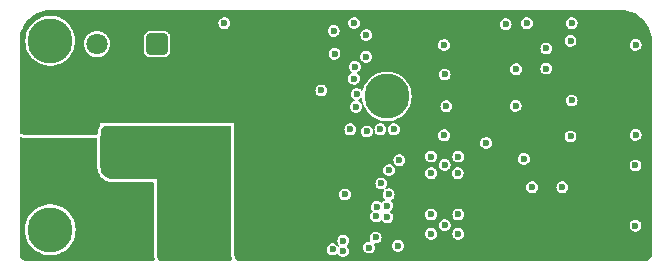
<source format=gbr>
%TF.GenerationSoftware,KiCad,Pcbnew,8.0.4*%
%TF.CreationDate,2025-03-19T01:09:58-05:00*%
%TF.ProjectId,Melty,4d656c74-792e-46b6-9963-61645f706362,rev?*%
%TF.SameCoordinates,Original*%
%TF.FileFunction,Copper,L5,Inr*%
%TF.FilePolarity,Positive*%
%FSLAX46Y46*%
G04 Gerber Fmt 4.6, Leading zero omitted, Abs format (unit mm)*
G04 Created by KiCad (PCBNEW 8.0.4) date 2025-03-19 01:09:58*
%MOMM*%
%LPD*%
G01*
G04 APERTURE LIST*
G04 Aperture macros list*
%AMRoundRect*
0 Rectangle with rounded corners*
0 $1 Rounding radius*
0 $2 $3 $4 $5 $6 $7 $8 $9 X,Y pos of 4 corners*
0 Add a 4 corners polygon primitive as box body*
4,1,4,$2,$3,$4,$5,$6,$7,$8,$9,$2,$3,0*
0 Add four circle primitives for the rounded corners*
1,1,$1+$1,$2,$3*
1,1,$1+$1,$4,$5*
1,1,$1+$1,$6,$7*
1,1,$1+$1,$8,$9*
0 Add four rect primitives between the rounded corners*
20,1,$1+$1,$2,$3,$4,$5,0*
20,1,$1+$1,$4,$5,$6,$7,0*
20,1,$1+$1,$6,$7,$8,$9,0*
20,1,$1+$1,$8,$9,$2,$3,0*%
G04 Aperture macros list end*
%TA.AperFunction,ComponentPad*%
%ADD10C,3.800000*%
%TD*%
%TA.AperFunction,ComponentPad*%
%ADD11RoundRect,0.250200X0.649800X0.649800X-0.649800X0.649800X-0.649800X-0.649800X0.649800X-0.649800X0*%
%TD*%
%TA.AperFunction,ComponentPad*%
%ADD12C,1.800000*%
%TD*%
%TA.AperFunction,ComponentPad*%
%ADD13R,3.000000X3.000000*%
%TD*%
%TA.AperFunction,ComponentPad*%
%ADD14C,3.000000*%
%TD*%
%TA.AperFunction,ViaPad*%
%ADD15C,0.600000*%
%TD*%
%TA.AperFunction,ViaPad*%
%ADD16C,0.450000*%
%TD*%
G04 APERTURE END LIST*
D10*
%TO.N,N/C*%
%TO.C,REF\u002A\u002A*%
X153000000Y-52500000D03*
%TD*%
%TO.N,N/C*%
%TO.C,REF\u002A\u002A*%
X181500000Y-57200000D03*
%TD*%
%TO.N,N/C*%
%TO.C,REF\u002A\u002A*%
X153000000Y-68500000D03*
%TD*%
D11*
%TO.N,/IR*%
%TO.C,U5*%
X162040000Y-52775000D03*
D12*
%TO.N,GND*%
X159500000Y-52775000D03*
%TO.N,+3V3*%
X156960000Y-52775000D03*
%TD*%
D13*
%TO.N,Net-(J4-Pin_1)*%
%TO.C,J4*%
X153000000Y-63000000D03*
D14*
%TO.N,GND*%
X153000000Y-58000000D03*
%TD*%
D15*
%TO.N,+5V*%
X181650000Y-65500000D03*
D16*
%TO.N,GND*%
X175000000Y-65400000D03*
X172000000Y-69400000D03*
X173000000Y-66400000D03*
X174000000Y-68400000D03*
D15*
X195100000Y-64850000D03*
X175275460Y-58100000D03*
X179650000Y-69150000D03*
D16*
X171000000Y-66400000D03*
X171000000Y-68400000D03*
D15*
X183800000Y-66450000D03*
D16*
X175000000Y-69400000D03*
X172000000Y-67400000D03*
D15*
X182600000Y-66450000D03*
D16*
X174000000Y-65400000D03*
D15*
X186400000Y-65550000D03*
D16*
X173000000Y-68400000D03*
D15*
X175275460Y-51002962D03*
D16*
X171000000Y-67400000D03*
D15*
X187550000Y-66250000D03*
X185250000Y-64800000D03*
X189900000Y-62900000D03*
D16*
X173000000Y-67400000D03*
X173000000Y-69400000D03*
D15*
X187500000Y-64800000D03*
D16*
X174000000Y-66400000D03*
D15*
X165250000Y-51050000D03*
X185250000Y-66250000D03*
D16*
X172000000Y-66400000D03*
X174000000Y-67400000D03*
X173000000Y-65400000D03*
X175000000Y-67400000D03*
X175000000Y-66400000D03*
D15*
X192650000Y-64900000D03*
D16*
X171000000Y-69400000D03*
D15*
X175275460Y-54550000D03*
D16*
X172000000Y-68400000D03*
X172000000Y-65400000D03*
X171000000Y-65400000D03*
X175000000Y-68400000D03*
X174000000Y-69400000D03*
%TO.N,+BATT*%
X166100000Y-68400000D03*
X166100000Y-66400000D03*
X168100000Y-67400000D03*
X168100000Y-66400000D03*
X168100000Y-69400000D03*
X160500000Y-62000000D03*
X161500000Y-60100000D03*
X161500000Y-62000000D03*
X165100000Y-67400000D03*
X168100000Y-65400000D03*
X160500000Y-60100000D03*
X159500000Y-60100000D03*
X164100000Y-66400000D03*
X165100000Y-68400000D03*
X157500000Y-61000000D03*
X160500000Y-61000000D03*
X166100000Y-69400000D03*
X157500000Y-60100000D03*
X167100000Y-68400000D03*
X157500000Y-62000000D03*
X165100000Y-69400000D03*
X167100000Y-65400000D03*
X168100000Y-68400000D03*
X166100000Y-65400000D03*
X159500000Y-62000000D03*
X167100000Y-67400000D03*
X164100000Y-65400000D03*
X166100000Y-67400000D03*
X164100000Y-67400000D03*
D15*
X176900000Y-70150000D03*
D16*
X165100000Y-66400000D03*
X158500000Y-62000000D03*
X164100000Y-69400000D03*
X158500000Y-61000000D03*
X159500000Y-61000000D03*
X165100000Y-65400000D03*
X158500000Y-60100000D03*
X167100000Y-69400000D03*
X164100000Y-68400000D03*
X161500000Y-61000000D03*
X167100000Y-66400000D03*
D15*
%TO.N,+5V*%
X181550000Y-67450000D03*
X181550000Y-66450000D03*
X167750000Y-51000000D03*
X180950000Y-60000000D03*
X182100000Y-60000000D03*
X193100000Y-62500000D03*
X180600000Y-67350000D03*
X195000000Y-53150000D03*
X187550000Y-67200000D03*
X178900000Y-58086194D03*
X185250000Y-68850000D03*
X185250000Y-67200000D03*
X178724540Y-50997038D03*
X193350000Y-51000000D03*
X181025000Y-64575000D03*
X178800000Y-54700000D03*
X180650000Y-66550000D03*
X179812932Y-60171670D03*
X181692463Y-63442463D03*
X186400000Y-68100000D03*
X187550000Y-68850000D03*
%TO.N,+3V3*%
X197050000Y-60600000D03*
X185250000Y-62300000D03*
X192450000Y-54900000D03*
X182453399Y-69850252D03*
X197150000Y-57550000D03*
X177950000Y-65509620D03*
X197150000Y-51000000D03*
X180550000Y-69150000D03*
X189900000Y-61150000D03*
X192400000Y-58000000D03*
X185250000Y-63700000D03*
X187550000Y-62300000D03*
X186400000Y-63000000D03*
X197050000Y-52500000D03*
X187500000Y-63700000D03*
%TO.N,Net-(D1-DIN)*%
X179759620Y-52009620D03*
%TO.N,Net-(D1-DOUT)*%
X177067505Y-53600000D03*
X177000000Y-51650000D03*
%TO.N,Net-(D3-DOUT)*%
X175950000Y-56699998D03*
X178950000Y-57000000D03*
%TO.N,/VSense*%
X202550000Y-68150000D03*
X182550000Y-62600000D03*
%TO.N,/ESC2*%
X193800000Y-64900000D03*
%TO.N,/ESC1*%
X196350000Y-64900000D03*
%TO.N,/RX*%
X186350000Y-52850000D03*
%TO.N,Net-(Q1-D)*%
X191550000Y-51100000D03*
%TO.N,/TX*%
X202561364Y-52833000D03*
%TO.N,Net-(Q2-D)*%
X195000000Y-54850000D03*
%TO.N,/LED*%
X202561364Y-60453000D03*
%TO.N,/SCK*%
X177809311Y-69418621D03*
X186400000Y-55350000D03*
%TO.N,/MOSI*%
X177800000Y-70300000D03*
X186350000Y-60500000D03*
%TO.N,/IR*%
X178400000Y-60000000D03*
X202550000Y-63050000D03*
%TO.N,/MISO*%
X186534620Y-58034620D03*
X180000000Y-70000000D03*
D16*
%TO.N,Net-(J4-Pin_1)*%
X156500000Y-62000000D03*
X157500000Y-67000000D03*
X155500000Y-64000000D03*
X156500000Y-66000000D03*
X157500000Y-70000000D03*
X155500000Y-62000000D03*
X160500000Y-69000000D03*
X158500000Y-68000000D03*
X156500000Y-69000000D03*
X160500000Y-68000000D03*
X161500000Y-68000000D03*
X160500000Y-67000000D03*
X159500000Y-70000000D03*
X156500000Y-70000000D03*
X157500000Y-68000000D03*
X161500000Y-67000000D03*
X159500000Y-68000000D03*
X156500000Y-65000000D03*
X156500000Y-64000000D03*
X156500000Y-61000000D03*
X158500000Y-67000000D03*
X161500000Y-70000000D03*
X161500000Y-69000000D03*
X160500000Y-70000000D03*
X155500000Y-63000000D03*
X159500000Y-67000000D03*
X159500000Y-69000000D03*
X158500000Y-70000000D03*
X156500000Y-67000000D03*
X156500000Y-68000000D03*
X157500000Y-69000000D03*
X155500000Y-61000000D03*
X158500000Y-69000000D03*
X155500000Y-65000000D03*
X156500000Y-63000000D03*
D15*
%TO.N,Net-(D5-DOUT)*%
X179750000Y-53850000D03*
X178700000Y-55700000D03*
%TD*%
%TA.AperFunction,Conductor*%
%TO.N,GND*%
G36*
X175400000Y-55050000D02*
G01*
X175400000Y-56660120D01*
X175394750Y-56699997D01*
X175394750Y-56699998D01*
X175400000Y-56739874D01*
X175400000Y-71142393D01*
X168883388Y-71142393D01*
X168816349Y-71122708D01*
X168787284Y-71096751D01*
X168778055Y-71085432D01*
X168724692Y-71019983D01*
X168711309Y-70999835D01*
X168631128Y-70849000D01*
X168621913Y-70826639D01*
X168572547Y-70663096D01*
X168567851Y-70639370D01*
X168550592Y-70463310D01*
X168550000Y-70451213D01*
X168550000Y-69586251D01*
X168559177Y-69544065D01*
X168558433Y-69543847D01*
X168560927Y-69535349D01*
X168560931Y-69535342D01*
X168580390Y-69400000D01*
X168560931Y-69264658D01*
X168558432Y-69256147D01*
X168559175Y-69255928D01*
X168550000Y-69213746D01*
X168550000Y-68586251D01*
X168559177Y-68544065D01*
X168558433Y-68543847D01*
X168560927Y-68535349D01*
X168560931Y-68535342D01*
X168580390Y-68400000D01*
X168560931Y-68264658D01*
X168558432Y-68256147D01*
X168559175Y-68255928D01*
X168550000Y-68213746D01*
X168550000Y-67586251D01*
X168559177Y-67544065D01*
X168558433Y-67543847D01*
X168560927Y-67535349D01*
X168560931Y-67535342D01*
X168580390Y-67400000D01*
X168560931Y-67264658D01*
X168558432Y-67256147D01*
X168559175Y-67255928D01*
X168550000Y-67213746D01*
X168550000Y-66586251D01*
X168559177Y-66544065D01*
X168558433Y-66543847D01*
X168560927Y-66535349D01*
X168560931Y-66535342D01*
X168580390Y-66400000D01*
X168560931Y-66264658D01*
X168558432Y-66256147D01*
X168559175Y-66255928D01*
X168550000Y-66213746D01*
X168550000Y-65586251D01*
X168559177Y-65544065D01*
X168558433Y-65543847D01*
X168560927Y-65535349D01*
X168560931Y-65535342D01*
X168580390Y-65400000D01*
X168560931Y-65264658D01*
X168558432Y-65256147D01*
X168559175Y-65255928D01*
X168550000Y-65213746D01*
X168550000Y-60450003D01*
X168550000Y-60450000D01*
X168550000Y-59450000D01*
X167550000Y-59450000D01*
X167549997Y-59450000D01*
X157774992Y-59450000D01*
X157250000Y-59450000D01*
X157250000Y-59695436D01*
X157185413Y-59736942D01*
X157185409Y-59736946D01*
X157095872Y-59840278D01*
X157095867Y-59840285D01*
X157039070Y-59964654D01*
X157039068Y-59964662D01*
X157019610Y-60100000D01*
X157039068Y-60235341D01*
X157039069Y-60235345D01*
X157050394Y-60260141D01*
X157060338Y-60329300D01*
X157031313Y-60392855D01*
X157013086Y-60410029D01*
X157000451Y-60419724D01*
X156972418Y-60435909D01*
X156875961Y-60475863D01*
X156844694Y-60484241D01*
X156746010Y-60497233D01*
X156733058Y-60498939D01*
X156716874Y-60500000D01*
X151008845Y-60500000D01*
X150996694Y-60499403D01*
X150819866Y-60481991D01*
X150796030Y-60477251D01*
X150631850Y-60427460D01*
X150609398Y-60418163D01*
X150514640Y-60367530D01*
X150469105Y-60343198D01*
X150419255Y-60294243D01*
X150403546Y-60233886D01*
X150401465Y-54951579D01*
X175400000Y-55050000D01*
G37*
%TD.AperFunction*%
%TD*%
%TA.AperFunction,Conductor*%
%TO.N,Net-(J4-Pin_1)*%
G36*
X150563752Y-60673799D02*
G01*
X150721868Y-60721751D01*
X150721874Y-60721752D01*
X150721879Y-60721754D01*
X150746197Y-60727844D01*
X150770033Y-60732584D01*
X150794828Y-60736261D01*
X150794834Y-60736261D01*
X150794837Y-60736262D01*
X150971645Y-60753672D01*
X150971648Y-60753672D01*
X150971656Y-60753673D01*
X150984156Y-60754595D01*
X150996307Y-60755192D01*
X151008845Y-60755500D01*
X151008864Y-60755500D01*
X156716862Y-60755500D01*
X156716874Y-60755500D01*
X156733588Y-60754953D01*
X156749772Y-60753892D01*
X156766424Y-60752251D01*
X156779376Y-60750545D01*
X156779375Y-60750544D01*
X156781044Y-60750324D01*
X156854318Y-60740678D01*
X156923352Y-60751444D01*
X156975607Y-60797825D01*
X156994500Y-60863617D01*
X156994500Y-63193907D01*
X156994723Y-63202984D01*
X156994808Y-63206450D01*
X156995406Y-63218618D01*
X156996325Y-63231086D01*
X157013745Y-63407958D01*
X157013751Y-63408009D01*
X157017421Y-63432756D01*
X157017427Y-63432785D01*
X157022169Y-63456627D01*
X157028249Y-63480899D01*
X157028257Y-63480928D01*
X157078079Y-63645171D01*
X157086523Y-63668772D01*
X157086524Y-63668775D01*
X157095826Y-63691231D01*
X157106550Y-63713905D01*
X157106557Y-63713919D01*
X157187430Y-63865220D01*
X157187456Y-63865267D01*
X157200331Y-63886747D01*
X157213807Y-63906917D01*
X157213853Y-63906983D01*
X157228761Y-63927082D01*
X157228773Y-63927098D01*
X157298844Y-64012480D01*
X157337644Y-64059758D01*
X157354473Y-64078326D01*
X157371672Y-64095525D01*
X157390240Y-64112354D01*
X157390245Y-64112358D01*
X157522901Y-64221226D01*
X157522916Y-64221237D01*
X157543015Y-64236145D01*
X157543081Y-64236191D01*
X157563251Y-64249667D01*
X157584731Y-64262542D01*
X157584747Y-64262551D01*
X157584759Y-64262558D01*
X157584778Y-64262568D01*
X157736079Y-64343441D01*
X157736093Y-64343448D01*
X157736097Y-64343450D01*
X157736101Y-64343452D01*
X157758762Y-64354170D01*
X157781220Y-64363473D01*
X157804834Y-64371922D01*
X157969057Y-64421738D01*
X157993381Y-64427831D01*
X158017222Y-64432573D01*
X158035462Y-64435278D01*
X158042020Y-64436252D01*
X158059984Y-64438021D01*
X158218895Y-64453673D01*
X158231404Y-64454595D01*
X158243558Y-64455192D01*
X158256093Y-64455500D01*
X161620500Y-64455500D01*
X161687539Y-64475185D01*
X161733294Y-64527989D01*
X161744500Y-64579500D01*
X161744500Y-70486231D01*
X161744809Y-70498804D01*
X161745413Y-70511023D01*
X161746345Y-70523603D01*
X161762762Y-70689480D01*
X161763931Y-70701287D01*
X161763940Y-70701357D01*
X161767647Y-70726222D01*
X161772433Y-70750168D01*
X161778588Y-70774617D01*
X161778589Y-70774622D01*
X161828884Y-70939574D01*
X161834860Y-70956187D01*
X161839026Y-71025933D01*
X161814032Y-71076817D01*
X161797422Y-71097056D01*
X161739679Y-71136391D01*
X161701569Y-71142393D01*
X151014064Y-71142393D01*
X151000181Y-71141613D01*
X150975195Y-71138797D01*
X150887588Y-71128927D01*
X150860518Y-71122749D01*
X150760178Y-71087639D01*
X150735160Y-71075591D01*
X150645150Y-71019034D01*
X150623441Y-71001721D01*
X150548278Y-70926558D01*
X150530965Y-70904849D01*
X150474408Y-70814839D01*
X150462360Y-70789821D01*
X150457040Y-70774618D01*
X150427248Y-70689474D01*
X150421072Y-70662410D01*
X150420024Y-70653112D01*
X150408387Y-70549819D01*
X150407607Y-70535936D01*
X150407607Y-70476531D01*
X150407580Y-70476166D01*
X150406801Y-68500000D01*
X150844475Y-68500000D01*
X150864551Y-68793511D01*
X150864552Y-68793513D01*
X150924404Y-69081543D01*
X150924409Y-69081559D01*
X151022927Y-69358762D01*
X151158278Y-69619977D01*
X151158282Y-69619983D01*
X151327932Y-69860323D01*
X151528743Y-70075338D01*
X151656384Y-70179181D01*
X151756951Y-70260999D01*
X151756953Y-70261000D01*
X151756954Y-70261001D01*
X152008319Y-70413860D01*
X152008324Y-70413862D01*
X152260975Y-70523603D01*
X152278159Y-70531067D01*
X152561445Y-70610440D01*
X152817681Y-70645659D01*
X152852901Y-70650500D01*
X152852902Y-70650500D01*
X153147099Y-70650500D01*
X153178520Y-70646180D01*
X153438555Y-70610440D01*
X153721841Y-70531067D01*
X153991682Y-70413859D01*
X154243049Y-70260999D01*
X154471260Y-70075335D01*
X154672065Y-69860326D01*
X154841722Y-69619976D01*
X154977072Y-69358764D01*
X155075592Y-69081554D01*
X155075592Y-69081549D01*
X155075595Y-69081543D01*
X155108511Y-68923135D01*
X155135448Y-68793511D01*
X155155525Y-68500000D01*
X155135448Y-68206489D01*
X155118089Y-68122955D01*
X155075595Y-67918456D01*
X155075590Y-67918440D01*
X154977072Y-67641237D01*
X154977072Y-67641236D01*
X154841722Y-67380024D01*
X154841721Y-67380022D01*
X154841717Y-67380016D01*
X154672067Y-67139676D01*
X154471256Y-66924661D01*
X154243045Y-66738998D01*
X153991680Y-66586139D01*
X153991675Y-66586137D01*
X153721845Y-66468934D01*
X153438560Y-66389561D01*
X153438556Y-66389560D01*
X153438555Y-66389560D01*
X153292826Y-66369530D01*
X153147099Y-66349500D01*
X153147098Y-66349500D01*
X152852902Y-66349500D01*
X152852901Y-66349500D01*
X152561445Y-66389560D01*
X152561439Y-66389561D01*
X152278154Y-66468934D01*
X152008324Y-66586137D01*
X152008319Y-66586139D01*
X151756954Y-66738998D01*
X151528743Y-66924661D01*
X151327932Y-67139676D01*
X151158282Y-67380016D01*
X151158278Y-67380022D01*
X151022927Y-67641237D01*
X150924409Y-67918440D01*
X150924404Y-67918456D01*
X150864552Y-68206486D01*
X150864551Y-68206488D01*
X150844475Y-68500000D01*
X150406801Y-68500000D01*
X150403765Y-60792508D01*
X150423423Y-60725464D01*
X150476209Y-60679688D01*
X150545364Y-60669717D01*
X150563752Y-60673799D01*
G37*
%TD.AperFunction*%
%TD*%
%TA.AperFunction,Conductor*%
%TO.N,+BATT*%
G36*
X168234214Y-59725185D02*
G01*
X168245828Y-59733637D01*
X168247655Y-59735136D01*
X168264845Y-59752322D01*
X168266347Y-59754153D01*
X168293665Y-59818459D01*
X168294500Y-59832824D01*
X168294500Y-65213746D01*
X168300338Y-65268056D01*
X168308108Y-65303778D01*
X168309679Y-65312483D01*
X168319725Y-65382352D01*
X168319725Y-65417647D01*
X168309681Y-65487505D01*
X168308110Y-65496211D01*
X168300338Y-65531941D01*
X168294500Y-65586254D01*
X168294500Y-66213746D01*
X168300338Y-66268056D01*
X168308108Y-66303778D01*
X168309679Y-66312483D01*
X168319725Y-66382352D01*
X168319725Y-66417647D01*
X168309681Y-66487505D01*
X168308110Y-66496211D01*
X168300338Y-66531941D01*
X168294500Y-66586254D01*
X168294500Y-67213746D01*
X168300338Y-67268056D01*
X168308108Y-67303778D01*
X168309679Y-67312483D01*
X168319725Y-67382352D01*
X168319725Y-67417647D01*
X168309681Y-67487505D01*
X168308110Y-67496211D01*
X168300338Y-67531941D01*
X168294500Y-67586254D01*
X168294500Y-68213746D01*
X168300338Y-68268056D01*
X168308108Y-68303778D01*
X168309679Y-68312483D01*
X168319725Y-68382352D01*
X168319725Y-68417647D01*
X168309681Y-68487505D01*
X168308110Y-68496211D01*
X168300338Y-68531941D01*
X168294500Y-68586254D01*
X168294500Y-69213746D01*
X168300338Y-69268056D01*
X168308108Y-69303778D01*
X168309679Y-69312483D01*
X168319725Y-69382352D01*
X168319725Y-69417647D01*
X168309681Y-69487505D01*
X168308110Y-69496211D01*
X168300338Y-69531941D01*
X168294500Y-69586254D01*
X168294500Y-70451215D01*
X168294804Y-70463696D01*
X168295397Y-70475822D01*
X168296310Y-70488235D01*
X168313565Y-70664259D01*
X168313572Y-70664311D01*
X168317209Y-70688958D01*
X168317210Y-70688959D01*
X168317213Y-70688978D01*
X168319415Y-70700101D01*
X168321911Y-70712715D01*
X168327940Y-70736898D01*
X168327947Y-70736925D01*
X168377316Y-70900479D01*
X168382972Y-70916367D01*
X168386910Y-70986126D01*
X168362269Y-71036294D01*
X168313000Y-71096738D01*
X168255391Y-71136264D01*
X168216888Y-71142393D01*
X162304625Y-71142393D01*
X162237586Y-71122708D01*
X162209038Y-71097381D01*
X162177933Y-71059736D01*
X162164319Y-71039487D01*
X162082660Y-70887587D01*
X162073273Y-70865045D01*
X162022980Y-70700101D01*
X162018192Y-70676149D01*
X162017020Y-70664311D01*
X162000603Y-70498429D01*
X162000000Y-70486216D01*
X162000000Y-65200003D01*
X162000000Y-65200000D01*
X162000000Y-64200000D01*
X161000000Y-64200000D01*
X160999997Y-64200000D01*
X158256093Y-64200000D01*
X158243939Y-64199403D01*
X158067065Y-64181982D01*
X158043224Y-64177240D01*
X157879001Y-64127424D01*
X157856543Y-64118121D01*
X157705201Y-64037227D01*
X157684989Y-64023722D01*
X157552333Y-63914854D01*
X157535145Y-63897666D01*
X157426277Y-63765010D01*
X157412772Y-63744798D01*
X157331878Y-63593456D01*
X157322575Y-63570998D01*
X157272757Y-63406769D01*
X157268018Y-63382941D01*
X157250597Y-63206061D01*
X157250000Y-63193907D01*
X157250000Y-60556007D01*
X157263605Y-60505535D01*
X157261231Y-60504451D01*
X157263723Y-60498995D01*
X157292748Y-60435440D01*
X157307902Y-60392485D01*
X157313237Y-60292937D01*
X157303293Y-60223778D01*
X157301602Y-60218022D01*
X157301602Y-60148154D01*
X157301806Y-60147467D01*
X157322579Y-60078987D01*
X157331871Y-60056556D01*
X157412775Y-59905195D01*
X157426272Y-59884995D01*
X157535152Y-59752326D01*
X157552367Y-59735117D01*
X157553040Y-59734564D01*
X157554198Y-59733616D01*
X157618519Y-59706328D01*
X157632825Y-59705500D01*
X168167175Y-59705500D01*
X168234214Y-59725185D01*
G37*
%TD.AperFunction*%
%TD*%
%TA.AperFunction,Conductor*%
%TO.N,GND*%
G36*
X201352065Y-49900615D02*
G01*
X201636914Y-49916612D01*
X201645150Y-49917541D01*
X201924345Y-49964978D01*
X201932428Y-49966823D01*
X202204578Y-50045227D01*
X202212390Y-50047961D01*
X202474053Y-50156345D01*
X202481503Y-50159932D01*
X202729388Y-50296934D01*
X202736394Y-50301336D01*
X202967388Y-50465235D01*
X202973856Y-50470394D01*
X203051798Y-50540047D01*
X203185025Y-50659107D01*
X203190892Y-50664974D01*
X203238150Y-50717855D01*
X203379603Y-50876141D01*
X203384766Y-50882613D01*
X203440593Y-50961294D01*
X203548661Y-51113602D01*
X203553068Y-51120616D01*
X203690063Y-51368489D01*
X203693657Y-51375953D01*
X203797841Y-51627477D01*
X203802033Y-51637596D01*
X203804774Y-51645429D01*
X203883175Y-51917567D01*
X203885021Y-51925657D01*
X203932457Y-52204843D01*
X203933387Y-52213090D01*
X203949383Y-52497919D01*
X203949499Y-52502097D01*
X203942417Y-70480013D01*
X203942393Y-70480357D01*
X203942393Y-70538738D01*
X203941928Y-70547023D01*
X203928296Y-70668015D01*
X203924608Y-70684171D01*
X203885779Y-70795136D01*
X203878590Y-70810065D01*
X203816039Y-70909616D01*
X203805707Y-70922572D01*
X203722572Y-71005707D01*
X203709616Y-71016039D01*
X203610065Y-71078590D01*
X203595136Y-71085779D01*
X203505566Y-71117121D01*
X203484169Y-71124608D01*
X203468015Y-71128296D01*
X203347023Y-71141928D01*
X203338738Y-71142393D01*
X175400000Y-71142393D01*
X175400000Y-70150000D01*
X176394353Y-70150000D01*
X176414834Y-70292454D01*
X176414834Y-70292455D01*
X176414835Y-70292457D01*
X176440442Y-70348528D01*
X176474623Y-70423373D01*
X176568868Y-70532139D01*
X176568869Y-70532140D01*
X176568872Y-70532143D01*
X176689947Y-70609953D01*
X176796403Y-70641211D01*
X176828035Y-70650499D01*
X176828037Y-70650500D01*
X176828039Y-70650500D01*
X176971963Y-70650500D01*
X176971964Y-70650499D01*
X177110053Y-70609953D01*
X177231128Y-70532143D01*
X177237361Y-70524949D01*
X177288005Y-70499597D01*
X177341745Y-70517481D01*
X177360599Y-70542666D01*
X177374622Y-70573372D01*
X177468868Y-70682139D01*
X177468869Y-70682140D01*
X177468872Y-70682143D01*
X177589947Y-70759953D01*
X177696403Y-70791211D01*
X177728035Y-70800499D01*
X177728037Y-70800500D01*
X177728039Y-70800500D01*
X177871963Y-70800500D01*
X177871964Y-70800499D01*
X177890229Y-70795136D01*
X178010053Y-70759953D01*
X178131128Y-70682143D01*
X178225377Y-70573373D01*
X178285165Y-70442457D01*
X178305647Y-70300000D01*
X178285165Y-70157543D01*
X178225377Y-70026627D01*
X178202305Y-70000000D01*
X179494353Y-70000000D01*
X179514834Y-70142454D01*
X179574623Y-70273373D01*
X179668868Y-70382139D01*
X179668869Y-70382140D01*
X179668872Y-70382143D01*
X179789947Y-70459953D01*
X179896403Y-70491211D01*
X179928035Y-70500499D01*
X179928037Y-70500500D01*
X179928039Y-70500500D01*
X180071963Y-70500500D01*
X180071964Y-70500499D01*
X180075036Y-70499597D01*
X180210053Y-70459953D01*
X180331128Y-70382143D01*
X180425377Y-70273373D01*
X180485165Y-70142457D01*
X180505647Y-70000000D01*
X180485165Y-69857543D01*
X180481835Y-69850252D01*
X181947752Y-69850252D01*
X181968233Y-69992706D01*
X181968233Y-69992707D01*
X181968234Y-69992709D01*
X182028022Y-70123625D01*
X182122267Y-70232391D01*
X182122268Y-70232392D01*
X182122271Y-70232395D01*
X182214873Y-70291906D01*
X182227466Y-70300000D01*
X182243346Y-70310205D01*
X182349802Y-70341463D01*
X182381434Y-70350751D01*
X182381436Y-70350752D01*
X182381438Y-70350752D01*
X182525362Y-70350752D01*
X182525363Y-70350751D01*
X182532934Y-70348528D01*
X182663452Y-70310205D01*
X182784527Y-70232395D01*
X182878776Y-70123625D01*
X182938564Y-69992709D01*
X182959046Y-69850252D01*
X182938564Y-69707795D01*
X182878776Y-69576879D01*
X182784527Y-69468109D01*
X182707522Y-69418621D01*
X182663453Y-69390299D01*
X182663449Y-69390298D01*
X182525363Y-69349752D01*
X182525360Y-69349752D01*
X182381438Y-69349752D01*
X182381435Y-69349752D01*
X182243348Y-69390298D01*
X182243344Y-69390299D01*
X182122274Y-69468107D01*
X182122267Y-69468112D01*
X182028022Y-69576878D01*
X181968233Y-69707797D01*
X181947752Y-69850252D01*
X180481835Y-69850252D01*
X180438443Y-69755239D01*
X180436423Y-69698640D01*
X180475016Y-69657187D01*
X180505757Y-69650500D01*
X180621963Y-69650500D01*
X180621964Y-69650499D01*
X180760053Y-69609953D01*
X180881128Y-69532143D01*
X180975377Y-69423373D01*
X181035165Y-69292457D01*
X181055647Y-69150000D01*
X181035165Y-69007543D01*
X180975377Y-68876627D01*
X180952304Y-68850000D01*
X184744353Y-68850000D01*
X184764834Y-68992454D01*
X184764834Y-68992455D01*
X184764835Y-68992457D01*
X184791787Y-69051472D01*
X184824623Y-69123373D01*
X184918868Y-69232139D01*
X184918869Y-69232140D01*
X184918872Y-69232143D01*
X185039947Y-69309953D01*
X185138182Y-69338797D01*
X185178035Y-69350499D01*
X185178037Y-69350500D01*
X185178039Y-69350500D01*
X185321963Y-69350500D01*
X185321964Y-69350499D01*
X185328677Y-69348528D01*
X185460053Y-69309953D01*
X185581128Y-69232143D01*
X185675377Y-69123373D01*
X185735165Y-68992457D01*
X185755647Y-68850000D01*
X187044353Y-68850000D01*
X187064834Y-68992454D01*
X187064834Y-68992455D01*
X187064835Y-68992457D01*
X187091787Y-69051472D01*
X187124623Y-69123373D01*
X187218868Y-69232139D01*
X187218869Y-69232140D01*
X187218872Y-69232143D01*
X187339947Y-69309953D01*
X187438182Y-69338797D01*
X187478035Y-69350499D01*
X187478037Y-69350500D01*
X187478039Y-69350500D01*
X187621963Y-69350500D01*
X187621964Y-69350499D01*
X187628677Y-69348528D01*
X187760053Y-69309953D01*
X187881128Y-69232143D01*
X187975377Y-69123373D01*
X188035165Y-68992457D01*
X188055647Y-68850000D01*
X188035165Y-68707543D01*
X187975377Y-68576627D01*
X187951814Y-68549434D01*
X187881131Y-68467860D01*
X187881129Y-68467859D01*
X187881128Y-68467857D01*
X187823472Y-68430804D01*
X187760054Y-68390047D01*
X187760050Y-68390046D01*
X187621964Y-68349500D01*
X187621961Y-68349500D01*
X187478039Y-68349500D01*
X187478036Y-68349500D01*
X187339949Y-68390046D01*
X187339945Y-68390047D01*
X187218875Y-68467855D01*
X187218868Y-68467860D01*
X187124623Y-68576626D01*
X187064834Y-68707545D01*
X187044353Y-68850000D01*
X185755647Y-68850000D01*
X185735165Y-68707543D01*
X185675377Y-68576627D01*
X185651814Y-68549434D01*
X185581131Y-68467860D01*
X185581129Y-68467859D01*
X185581128Y-68467857D01*
X185523472Y-68430804D01*
X185460054Y-68390047D01*
X185460050Y-68390046D01*
X185321964Y-68349500D01*
X185321961Y-68349500D01*
X185178039Y-68349500D01*
X185178036Y-68349500D01*
X185039949Y-68390046D01*
X185039945Y-68390047D01*
X184918875Y-68467855D01*
X184918868Y-68467860D01*
X184824623Y-68576626D01*
X184764834Y-68707545D01*
X184744353Y-68850000D01*
X180952304Y-68850000D01*
X180951814Y-68849434D01*
X180881131Y-68767860D01*
X180881129Y-68767859D01*
X180881128Y-68767857D01*
X180824182Y-68731260D01*
X180760054Y-68690047D01*
X180760050Y-68690046D01*
X180621964Y-68649500D01*
X180621961Y-68649500D01*
X180478039Y-68649500D01*
X180478036Y-68649500D01*
X180339949Y-68690046D01*
X180339945Y-68690047D01*
X180218875Y-68767855D01*
X180218868Y-68767860D01*
X180124623Y-68876626D01*
X180064834Y-69007545D01*
X180044353Y-69150000D01*
X180064834Y-69292454D01*
X180064834Y-69292455D01*
X180064835Y-69292457D01*
X180111556Y-69394760D01*
X180113577Y-69451360D01*
X180074984Y-69492813D01*
X180044243Y-69499500D01*
X179928036Y-69499500D01*
X179789949Y-69540046D01*
X179789945Y-69540047D01*
X179668875Y-69617855D01*
X179668868Y-69617860D01*
X179574623Y-69726626D01*
X179514834Y-69857545D01*
X179494353Y-70000000D01*
X178202305Y-70000000D01*
X178131128Y-69917857D01*
X178131127Y-69917856D01*
X178127662Y-69913857D01*
X178129110Y-69912602D01*
X178106860Y-69868146D01*
X178124749Y-69814408D01*
X178136464Y-69804258D01*
X178136439Y-69804229D01*
X178140432Y-69800768D01*
X178140439Y-69800764D01*
X178234688Y-69691994D01*
X178294476Y-69561078D01*
X178314958Y-69418621D01*
X178294476Y-69276164D01*
X178234688Y-69145248D01*
X178211125Y-69118055D01*
X178140442Y-69036481D01*
X178140440Y-69036480D01*
X178140439Y-69036478D01*
X178068555Y-68990281D01*
X178019365Y-68958668D01*
X178019361Y-68958667D01*
X177881275Y-68918121D01*
X177881272Y-68918121D01*
X177737350Y-68918121D01*
X177737347Y-68918121D01*
X177599260Y-68958667D01*
X177599256Y-68958668D01*
X177478186Y-69036476D01*
X177478179Y-69036481D01*
X177383934Y-69145247D01*
X177324145Y-69276166D01*
X177303664Y-69418621D01*
X177324145Y-69561075D01*
X177324145Y-69561076D01*
X177324146Y-69561078D01*
X177364984Y-69650499D01*
X177383934Y-69691994D01*
X177481649Y-69804764D01*
X177480199Y-69806019D01*
X177502450Y-69850472D01*
X177484562Y-69904210D01*
X177472846Y-69914362D01*
X177472872Y-69914392D01*
X177468864Y-69917864D01*
X177462634Y-69925054D01*
X177411987Y-69950403D01*
X177358249Y-69932513D01*
X177339400Y-69907334D01*
X177325377Y-69876627D01*
X177301814Y-69849434D01*
X177231131Y-69767860D01*
X177231129Y-69767859D01*
X177231128Y-69767857D01*
X177137673Y-69707797D01*
X177110054Y-69690047D01*
X177110050Y-69690046D01*
X176971964Y-69649500D01*
X176971961Y-69649500D01*
X176828039Y-69649500D01*
X176828036Y-69649500D01*
X176689949Y-69690046D01*
X176689945Y-69690047D01*
X176568875Y-69767855D01*
X176568868Y-69767860D01*
X176474623Y-69876626D01*
X176414834Y-70007545D01*
X176394353Y-70150000D01*
X175400000Y-70150000D01*
X175400000Y-68100000D01*
X185894353Y-68100000D01*
X185914834Y-68242454D01*
X185914834Y-68242455D01*
X185914835Y-68242457D01*
X185974623Y-68373373D01*
X186068868Y-68482139D01*
X186068869Y-68482140D01*
X186068872Y-68482143D01*
X186189947Y-68559953D01*
X186293236Y-68590281D01*
X186328035Y-68600499D01*
X186328037Y-68600500D01*
X186328039Y-68600500D01*
X186471963Y-68600500D01*
X186471964Y-68600499D01*
X186610053Y-68559953D01*
X186731128Y-68482143D01*
X186825377Y-68373373D01*
X186885165Y-68242457D01*
X186898458Y-68150000D01*
X202044353Y-68150000D01*
X202064834Y-68292454D01*
X202124623Y-68423373D01*
X202218868Y-68532139D01*
X202218869Y-68532140D01*
X202218872Y-68532143D01*
X202339947Y-68609953D01*
X202446403Y-68641211D01*
X202478035Y-68650499D01*
X202478037Y-68650500D01*
X202478039Y-68650500D01*
X202621963Y-68650500D01*
X202621964Y-68650499D01*
X202760053Y-68609953D01*
X202881128Y-68532143D01*
X202975377Y-68423373D01*
X203035165Y-68292457D01*
X203055647Y-68150000D01*
X203035165Y-68007543D01*
X202975377Y-67876627D01*
X202936828Y-67832139D01*
X202881131Y-67767860D01*
X202881129Y-67767859D01*
X202881128Y-67767857D01*
X202824182Y-67731260D01*
X202760054Y-67690047D01*
X202760050Y-67690046D01*
X202621964Y-67649500D01*
X202621961Y-67649500D01*
X202478039Y-67649500D01*
X202478036Y-67649500D01*
X202339949Y-67690046D01*
X202339945Y-67690047D01*
X202218875Y-67767855D01*
X202218868Y-67767860D01*
X202124623Y-67876626D01*
X202064834Y-68007545D01*
X202044353Y-68150000D01*
X186898458Y-68150000D01*
X186905647Y-68100000D01*
X186885165Y-67957543D01*
X186825377Y-67826627D01*
X186774451Y-67767855D01*
X186731131Y-67717860D01*
X186731129Y-67717859D01*
X186731128Y-67717857D01*
X186644893Y-67662437D01*
X186610054Y-67640047D01*
X186610050Y-67640046D01*
X186471964Y-67599500D01*
X186471961Y-67599500D01*
X186328039Y-67599500D01*
X186328036Y-67599500D01*
X186189949Y-67640046D01*
X186189945Y-67640047D01*
X186068875Y-67717855D01*
X186068868Y-67717860D01*
X185974623Y-67826626D01*
X185914834Y-67957545D01*
X185894353Y-68100000D01*
X175400000Y-68100000D01*
X175400000Y-67350000D01*
X180094353Y-67350000D01*
X180114834Y-67492454D01*
X180114834Y-67492455D01*
X180114835Y-67492457D01*
X180174623Y-67623373D01*
X180268868Y-67732139D01*
X180268869Y-67732140D01*
X180268872Y-67732143D01*
X180324449Y-67767860D01*
X180389582Y-67809719D01*
X180389947Y-67809953D01*
X180496403Y-67841211D01*
X180528035Y-67850499D01*
X180528037Y-67850500D01*
X180528039Y-67850500D01*
X180671963Y-67850500D01*
X180671964Y-67850499D01*
X180810053Y-67809953D01*
X180931128Y-67732143D01*
X180985058Y-67669903D01*
X181035703Y-67644552D01*
X181089442Y-67662437D01*
X181108295Y-67687621D01*
X181124622Y-67723372D01*
X181218868Y-67832139D01*
X181218869Y-67832140D01*
X181218872Y-67832143D01*
X181339947Y-67909953D01*
X181446403Y-67941211D01*
X181478035Y-67950499D01*
X181478037Y-67950500D01*
X181478039Y-67950500D01*
X181621963Y-67950500D01*
X181621964Y-67950499D01*
X181760053Y-67909953D01*
X181881128Y-67832143D01*
X181975377Y-67723373D01*
X182035165Y-67592457D01*
X182055647Y-67450000D01*
X182035165Y-67307543D01*
X181986051Y-67200000D01*
X184744353Y-67200000D01*
X184764834Y-67342454D01*
X184764834Y-67342455D01*
X184764835Y-67342457D01*
X184793884Y-67406064D01*
X184824623Y-67473373D01*
X184918868Y-67582139D01*
X184918869Y-67582140D01*
X184918872Y-67582143D01*
X185008971Y-67640046D01*
X185015982Y-67644552D01*
X185039947Y-67659953D01*
X185134177Y-67687621D01*
X185178035Y-67700499D01*
X185178037Y-67700500D01*
X185178039Y-67700500D01*
X185321963Y-67700500D01*
X185321964Y-67700499D01*
X185460053Y-67659953D01*
X185581128Y-67582143D01*
X185675377Y-67473373D01*
X185735165Y-67342457D01*
X185755647Y-67200000D01*
X187044353Y-67200000D01*
X187064834Y-67342454D01*
X187064834Y-67342455D01*
X187064835Y-67342457D01*
X187093884Y-67406064D01*
X187124623Y-67473373D01*
X187218868Y-67582139D01*
X187218869Y-67582140D01*
X187218872Y-67582143D01*
X187308971Y-67640046D01*
X187315982Y-67644552D01*
X187339947Y-67659953D01*
X187434177Y-67687621D01*
X187478035Y-67700499D01*
X187478037Y-67700500D01*
X187478039Y-67700500D01*
X187621963Y-67700500D01*
X187621964Y-67700499D01*
X187760053Y-67659953D01*
X187881128Y-67582143D01*
X187975377Y-67473373D01*
X188035165Y-67342457D01*
X188055647Y-67200000D01*
X188035165Y-67057543D01*
X187975377Y-66926627D01*
X187893506Y-66832142D01*
X187881131Y-66817860D01*
X187881129Y-66817859D01*
X187881128Y-66817857D01*
X187822136Y-66779945D01*
X187760054Y-66740047D01*
X187760050Y-66740046D01*
X187621964Y-66699500D01*
X187621961Y-66699500D01*
X187478039Y-66699500D01*
X187478036Y-66699500D01*
X187339949Y-66740046D01*
X187339945Y-66740047D01*
X187218875Y-66817855D01*
X187218868Y-66817860D01*
X187124623Y-66926626D01*
X187064834Y-67057545D01*
X187044353Y-67200000D01*
X185755647Y-67200000D01*
X185735165Y-67057543D01*
X185675377Y-66926627D01*
X185593506Y-66832142D01*
X185581131Y-66817860D01*
X185581129Y-66817859D01*
X185581128Y-66817857D01*
X185522136Y-66779945D01*
X185460054Y-66740047D01*
X185460050Y-66740046D01*
X185321964Y-66699500D01*
X185321961Y-66699500D01*
X185178039Y-66699500D01*
X185178036Y-66699500D01*
X185039949Y-66740046D01*
X185039945Y-66740047D01*
X184918875Y-66817855D01*
X184918868Y-66817860D01*
X184824623Y-66926626D01*
X184764834Y-67057545D01*
X184744353Y-67200000D01*
X181986051Y-67200000D01*
X181975377Y-67176627D01*
X181941526Y-67137561D01*
X181881131Y-67067860D01*
X181881129Y-67067859D01*
X181881128Y-67067857D01*
X181794605Y-67012252D01*
X181762304Y-66965730D01*
X181772360Y-66909993D01*
X181794606Y-66887747D01*
X181881128Y-66832143D01*
X181975377Y-66723373D01*
X182035165Y-66592457D01*
X182055647Y-66450000D01*
X182035165Y-66307543D01*
X181975377Y-66176627D01*
X181949515Y-66146780D01*
X181881131Y-66067860D01*
X181877128Y-66064392D01*
X181878746Y-66062524D01*
X181851207Y-66022876D01*
X181861253Y-65967137D01*
X181883504Y-65944881D01*
X181981128Y-65882143D01*
X182075377Y-65773373D01*
X182135165Y-65642457D01*
X182155647Y-65500000D01*
X182135165Y-65357543D01*
X182075377Y-65226627D01*
X182021210Y-65164114D01*
X181981131Y-65117860D01*
X181981129Y-65117859D01*
X181981128Y-65117857D01*
X181877831Y-65051472D01*
X181860054Y-65040047D01*
X181860050Y-65040046D01*
X181721964Y-64999500D01*
X181721961Y-64999500D01*
X181578039Y-64999500D01*
X181578036Y-64999500D01*
X181472984Y-65030346D01*
X181416672Y-65024292D01*
X181381134Y-64980192D01*
X181387188Y-64923880D01*
X181396204Y-64910891D01*
X181405641Y-64900000D01*
X193294353Y-64900000D01*
X193314834Y-65042454D01*
X193314834Y-65042455D01*
X193314835Y-65042457D01*
X193349271Y-65117860D01*
X193374623Y-65173373D01*
X193468868Y-65282139D01*
X193468869Y-65282140D01*
X193468872Y-65282143D01*
X193589947Y-65359953D01*
X193696403Y-65391211D01*
X193728035Y-65400499D01*
X193728037Y-65400500D01*
X193728039Y-65400500D01*
X193871963Y-65400500D01*
X193871964Y-65400499D01*
X194010053Y-65359953D01*
X194131128Y-65282143D01*
X194225377Y-65173373D01*
X194285165Y-65042457D01*
X194305647Y-64900000D01*
X195844353Y-64900000D01*
X195864834Y-65042454D01*
X195864834Y-65042455D01*
X195864835Y-65042457D01*
X195899271Y-65117860D01*
X195924623Y-65173373D01*
X196018868Y-65282139D01*
X196018869Y-65282140D01*
X196018872Y-65282143D01*
X196139947Y-65359953D01*
X196246403Y-65391211D01*
X196278035Y-65400499D01*
X196278037Y-65400500D01*
X196278039Y-65400500D01*
X196421963Y-65400500D01*
X196421964Y-65400499D01*
X196560053Y-65359953D01*
X196681128Y-65282143D01*
X196775377Y-65173373D01*
X196835165Y-65042457D01*
X196855647Y-64900000D01*
X196835165Y-64757543D01*
X196775377Y-64626627D01*
X196681128Y-64517857D01*
X196624182Y-64481260D01*
X196560054Y-64440047D01*
X196560050Y-64440046D01*
X196421964Y-64399500D01*
X196421961Y-64399500D01*
X196278039Y-64399500D01*
X196278036Y-64399500D01*
X196139949Y-64440046D01*
X196139945Y-64440047D01*
X196018875Y-64517855D01*
X196018868Y-64517860D01*
X195924623Y-64626626D01*
X195864834Y-64757545D01*
X195844353Y-64900000D01*
X194305647Y-64900000D01*
X194285165Y-64757543D01*
X194225377Y-64626627D01*
X194131128Y-64517857D01*
X194074182Y-64481260D01*
X194010054Y-64440047D01*
X194010050Y-64440046D01*
X193871964Y-64399500D01*
X193871961Y-64399500D01*
X193728039Y-64399500D01*
X193728036Y-64399500D01*
X193589949Y-64440046D01*
X193589945Y-64440047D01*
X193468875Y-64517855D01*
X193468868Y-64517860D01*
X193374623Y-64626626D01*
X193314834Y-64757545D01*
X193294353Y-64900000D01*
X181405641Y-64900000D01*
X181450377Y-64848373D01*
X181510165Y-64717457D01*
X181530647Y-64575000D01*
X181510165Y-64432543D01*
X181450377Y-64301627D01*
X181426814Y-64274434D01*
X181356131Y-64192860D01*
X181356129Y-64192859D01*
X181356128Y-64192857D01*
X181263185Y-64133126D01*
X181235054Y-64115047D01*
X181235050Y-64115046D01*
X181096964Y-64074500D01*
X181096961Y-64074500D01*
X180953039Y-64074500D01*
X180953036Y-64074500D01*
X180814949Y-64115046D01*
X180814945Y-64115047D01*
X180693875Y-64192855D01*
X180693868Y-64192860D01*
X180599623Y-64301626D01*
X180539834Y-64432545D01*
X180519353Y-64575000D01*
X180539834Y-64717454D01*
X180599623Y-64848373D01*
X180693868Y-64957139D01*
X180693869Y-64957140D01*
X180693872Y-64957143D01*
X180814947Y-65034953D01*
X180921403Y-65066211D01*
X180953035Y-65075499D01*
X180953037Y-65075500D01*
X180953039Y-65075500D01*
X181096962Y-65075500D01*
X181120563Y-65068569D01*
X181202016Y-65044653D01*
X181258327Y-65050706D01*
X181293865Y-65094806D01*
X181287812Y-65151119D01*
X181278789Y-65164114D01*
X181224624Y-65226625D01*
X181164834Y-65357545D01*
X181144353Y-65500000D01*
X181164834Y-65642454D01*
X181164834Y-65642455D01*
X181164835Y-65642457D01*
X181212478Y-65746780D01*
X181224623Y-65773373D01*
X181318868Y-65882139D01*
X181318870Y-65882140D01*
X181318872Y-65882143D01*
X181318874Y-65882144D01*
X181322872Y-65885608D01*
X181321252Y-65887477D01*
X181348790Y-65927114D01*
X181338751Y-65982855D01*
X181316494Y-66005118D01*
X181218877Y-66067853D01*
X181218868Y-66067860D01*
X181124621Y-66176628D01*
X181121761Y-66181080D01*
X181119884Y-66179873D01*
X181084084Y-66213189D01*
X181027484Y-66211155D01*
X181002316Y-66192309D01*
X180981128Y-66167857D01*
X180924182Y-66131260D01*
X180860054Y-66090047D01*
X180860050Y-66090046D01*
X180721964Y-66049500D01*
X180721961Y-66049500D01*
X180578039Y-66049500D01*
X180578036Y-66049500D01*
X180439949Y-66090046D01*
X180439945Y-66090047D01*
X180318875Y-66167855D01*
X180318868Y-66167860D01*
X180224623Y-66276626D01*
X180164834Y-66407545D01*
X180144353Y-66550000D01*
X180164834Y-66692454D01*
X180164834Y-66692455D01*
X180164835Y-66692457D01*
X180186569Y-66740047D01*
X180224623Y-66823373D01*
X180267355Y-66872689D01*
X180285240Y-66926428D01*
X180267355Y-66969607D01*
X180174623Y-67076626D01*
X180114834Y-67207545D01*
X180094353Y-67350000D01*
X175400000Y-67350000D01*
X175400000Y-65509620D01*
X177444353Y-65509620D01*
X177464834Y-65652074D01*
X177524623Y-65782993D01*
X177618868Y-65891759D01*
X177618869Y-65891760D01*
X177618872Y-65891763D01*
X177701524Y-65944880D01*
X177736156Y-65967137D01*
X177739947Y-65969573D01*
X177810473Y-65990281D01*
X177878035Y-66010119D01*
X177878037Y-66010120D01*
X177878039Y-66010120D01*
X178021963Y-66010120D01*
X178021964Y-66010119D01*
X178038996Y-66005118D01*
X178160053Y-65969573D01*
X178281128Y-65891763D01*
X178375377Y-65782993D01*
X178435165Y-65652077D01*
X178455647Y-65509620D01*
X178435165Y-65367163D01*
X178375377Y-65236247D01*
X178281128Y-65127477D01*
X178200250Y-65075500D01*
X178160054Y-65049667D01*
X178160050Y-65049666D01*
X178021964Y-65009120D01*
X178021961Y-65009120D01*
X177878039Y-65009120D01*
X177878036Y-65009120D01*
X177739949Y-65049666D01*
X177739945Y-65049667D01*
X177618875Y-65127475D01*
X177618868Y-65127480D01*
X177524623Y-65236246D01*
X177464834Y-65367165D01*
X177444353Y-65509620D01*
X175400000Y-65509620D01*
X175400000Y-63442463D01*
X181186816Y-63442463D01*
X181207297Y-63584917D01*
X181207297Y-63584918D01*
X181207298Y-63584920D01*
X181237692Y-63651472D01*
X181267086Y-63715836D01*
X181361331Y-63824602D01*
X181361332Y-63824603D01*
X181361335Y-63824606D01*
X181482410Y-63902416D01*
X181588866Y-63933674D01*
X181620498Y-63942962D01*
X181620500Y-63942963D01*
X181620502Y-63942963D01*
X181764426Y-63942963D01*
X181764427Y-63942962D01*
X181902516Y-63902416D01*
X182023591Y-63824606D01*
X182117840Y-63715836D01*
X182125072Y-63700000D01*
X184744353Y-63700000D01*
X184764834Y-63842454D01*
X184824623Y-63973373D01*
X184918868Y-64082139D01*
X184918869Y-64082140D01*
X184918872Y-64082143D01*
X185039947Y-64159953D01*
X185146403Y-64191211D01*
X185178035Y-64200499D01*
X185178037Y-64200500D01*
X185178039Y-64200500D01*
X185321963Y-64200500D01*
X185321964Y-64200499D01*
X185460053Y-64159953D01*
X185581128Y-64082143D01*
X185675377Y-63973373D01*
X185735165Y-63842457D01*
X185755647Y-63700000D01*
X186994353Y-63700000D01*
X187014834Y-63842454D01*
X187074623Y-63973373D01*
X187168868Y-64082139D01*
X187168869Y-64082140D01*
X187168872Y-64082143D01*
X187289947Y-64159953D01*
X187396403Y-64191211D01*
X187428035Y-64200499D01*
X187428037Y-64200500D01*
X187428039Y-64200500D01*
X187571963Y-64200500D01*
X187571964Y-64200499D01*
X187710053Y-64159953D01*
X187831128Y-64082143D01*
X187925377Y-63973373D01*
X187985165Y-63842457D01*
X188005647Y-63700000D01*
X187985165Y-63557543D01*
X187925377Y-63426627D01*
X187886828Y-63382139D01*
X187831131Y-63317860D01*
X187831129Y-63317859D01*
X187831128Y-63317857D01*
X187774182Y-63281260D01*
X187710054Y-63240047D01*
X187710050Y-63240046D01*
X187571964Y-63199500D01*
X187571961Y-63199500D01*
X187428039Y-63199500D01*
X187428036Y-63199500D01*
X187289949Y-63240046D01*
X187289945Y-63240047D01*
X187168875Y-63317855D01*
X187168868Y-63317860D01*
X187074623Y-63426626D01*
X187014834Y-63557545D01*
X186994353Y-63700000D01*
X185755647Y-63700000D01*
X185735165Y-63557543D01*
X185675377Y-63426627D01*
X185636828Y-63382139D01*
X185581131Y-63317860D01*
X185581129Y-63317859D01*
X185581128Y-63317857D01*
X185524182Y-63281260D01*
X185460054Y-63240047D01*
X185460050Y-63240046D01*
X185321964Y-63199500D01*
X185321961Y-63199500D01*
X185178039Y-63199500D01*
X185178036Y-63199500D01*
X185039949Y-63240046D01*
X185039945Y-63240047D01*
X184918875Y-63317855D01*
X184918868Y-63317860D01*
X184824623Y-63426626D01*
X184764834Y-63557545D01*
X184744353Y-63700000D01*
X182125072Y-63700000D01*
X182177628Y-63584920D01*
X182198110Y-63442463D01*
X182177628Y-63300006D01*
X182117840Y-63169090D01*
X182023591Y-63060320D01*
X181966645Y-63023723D01*
X181902517Y-62982510D01*
X181902513Y-62982509D01*
X181764427Y-62941963D01*
X181764424Y-62941963D01*
X181620502Y-62941963D01*
X181620499Y-62941963D01*
X181482412Y-62982509D01*
X181482408Y-62982510D01*
X181361338Y-63060318D01*
X181361331Y-63060323D01*
X181267086Y-63169089D01*
X181207297Y-63300008D01*
X181186816Y-63442463D01*
X175400000Y-63442463D01*
X175400000Y-62600000D01*
X182044353Y-62600000D01*
X182064834Y-62742454D01*
X182064834Y-62742455D01*
X182064835Y-62742457D01*
X182078954Y-62773373D01*
X182124623Y-62873373D01*
X182218868Y-62982139D01*
X182218869Y-62982140D01*
X182218872Y-62982143D01*
X182339947Y-63059953D01*
X182446403Y-63091211D01*
X182478035Y-63100499D01*
X182478037Y-63100500D01*
X182478039Y-63100500D01*
X182621963Y-63100500D01*
X182621964Y-63100499D01*
X182760053Y-63059953D01*
X182853342Y-63000000D01*
X185894353Y-63000000D01*
X185914834Y-63142454D01*
X185914834Y-63142455D01*
X185914835Y-63142457D01*
X185940886Y-63199500D01*
X185974623Y-63273373D01*
X186068868Y-63382139D01*
X186068869Y-63382140D01*
X186068872Y-63382143D01*
X186189947Y-63459953D01*
X186296403Y-63491211D01*
X186328035Y-63500499D01*
X186328037Y-63500500D01*
X186328039Y-63500500D01*
X186471963Y-63500500D01*
X186471964Y-63500499D01*
X186610053Y-63459953D01*
X186731128Y-63382143D01*
X186825377Y-63273373D01*
X186885165Y-63142457D01*
X186898458Y-63050000D01*
X202044353Y-63050000D01*
X202064834Y-63192454D01*
X202064834Y-63192455D01*
X202064835Y-63192457D01*
X202122103Y-63317855D01*
X202124623Y-63323373D01*
X202218868Y-63432139D01*
X202218869Y-63432140D01*
X202218872Y-63432143D01*
X202339947Y-63509953D01*
X202446403Y-63541211D01*
X202478035Y-63550499D01*
X202478037Y-63550500D01*
X202478039Y-63550500D01*
X202621963Y-63550500D01*
X202621964Y-63550499D01*
X202760053Y-63509953D01*
X202881128Y-63432143D01*
X202975377Y-63323373D01*
X203035165Y-63192457D01*
X203055647Y-63050000D01*
X203035165Y-62907543D01*
X202975377Y-62776627D01*
X202893507Y-62682143D01*
X202881131Y-62667860D01*
X202881129Y-62667859D01*
X202881128Y-62667857D01*
X202803331Y-62617860D01*
X202760054Y-62590047D01*
X202760050Y-62590046D01*
X202621964Y-62549500D01*
X202621961Y-62549500D01*
X202478039Y-62549500D01*
X202478036Y-62549500D01*
X202339949Y-62590046D01*
X202339945Y-62590047D01*
X202218875Y-62667855D01*
X202218868Y-62667860D01*
X202124623Y-62776626D01*
X202064834Y-62907545D01*
X202044353Y-63050000D01*
X186898458Y-63050000D01*
X186905647Y-63000000D01*
X186885165Y-62857543D01*
X186825377Y-62726627D01*
X186774451Y-62667855D01*
X186731131Y-62617860D01*
X186731129Y-62617859D01*
X186731128Y-62617857D01*
X186674182Y-62581260D01*
X186610054Y-62540047D01*
X186610050Y-62540046D01*
X186471964Y-62499500D01*
X186471961Y-62499500D01*
X186328039Y-62499500D01*
X186328036Y-62499500D01*
X186189949Y-62540046D01*
X186189945Y-62540047D01*
X186068875Y-62617855D01*
X186068868Y-62617860D01*
X185974623Y-62726626D01*
X185914834Y-62857545D01*
X185894353Y-63000000D01*
X182853342Y-63000000D01*
X182881128Y-62982143D01*
X182975377Y-62873373D01*
X183035165Y-62742457D01*
X183055647Y-62600000D01*
X183035165Y-62457543D01*
X182975377Y-62326627D01*
X182952305Y-62300000D01*
X184744353Y-62300000D01*
X184764834Y-62442454D01*
X184764834Y-62442455D01*
X184764835Y-62442457D01*
X184822715Y-62569196D01*
X184824623Y-62573373D01*
X184918868Y-62682139D01*
X184918869Y-62682140D01*
X184918872Y-62682143D01*
X185039947Y-62759953D01*
X185146403Y-62791211D01*
X185178035Y-62800499D01*
X185178037Y-62800500D01*
X185178039Y-62800500D01*
X185321963Y-62800500D01*
X185321964Y-62800499D01*
X185460053Y-62759953D01*
X185581128Y-62682143D01*
X185675377Y-62573373D01*
X185735165Y-62442457D01*
X185755647Y-62300000D01*
X187044353Y-62300000D01*
X187064834Y-62442454D01*
X187064834Y-62442455D01*
X187064835Y-62442457D01*
X187122715Y-62569196D01*
X187124623Y-62573373D01*
X187218868Y-62682139D01*
X187218869Y-62682140D01*
X187218872Y-62682143D01*
X187339947Y-62759953D01*
X187446403Y-62791211D01*
X187478035Y-62800499D01*
X187478037Y-62800500D01*
X187478039Y-62800500D01*
X187621963Y-62800500D01*
X187621964Y-62800499D01*
X187760053Y-62759953D01*
X187881128Y-62682143D01*
X187975377Y-62573373D01*
X188008886Y-62500000D01*
X192594353Y-62500000D01*
X192614834Y-62642454D01*
X192614834Y-62642455D01*
X192614835Y-62642457D01*
X192632959Y-62682143D01*
X192674623Y-62773373D01*
X192768868Y-62882139D01*
X192768869Y-62882140D01*
X192768872Y-62882143D01*
X192889947Y-62959953D01*
X192996403Y-62991211D01*
X193028035Y-63000499D01*
X193028037Y-63000500D01*
X193028039Y-63000500D01*
X193171963Y-63000500D01*
X193171964Y-63000499D01*
X193310053Y-62959953D01*
X193431128Y-62882143D01*
X193525377Y-62773373D01*
X193585165Y-62642457D01*
X193605647Y-62500000D01*
X193585165Y-62357543D01*
X193525377Y-62226627D01*
X193431128Y-62117857D01*
X193374182Y-62081260D01*
X193310054Y-62040047D01*
X193310050Y-62040046D01*
X193171964Y-61999500D01*
X193171961Y-61999500D01*
X193028039Y-61999500D01*
X193028036Y-61999500D01*
X192889949Y-62040046D01*
X192889945Y-62040047D01*
X192768875Y-62117855D01*
X192768868Y-62117860D01*
X192674623Y-62226626D01*
X192614834Y-62357545D01*
X192594353Y-62500000D01*
X188008886Y-62500000D01*
X188035165Y-62442457D01*
X188055647Y-62300000D01*
X188035165Y-62157543D01*
X187975377Y-62026627D01*
X187881128Y-61917857D01*
X187801797Y-61866874D01*
X187760054Y-61840047D01*
X187760050Y-61840046D01*
X187621964Y-61799500D01*
X187621961Y-61799500D01*
X187478039Y-61799500D01*
X187478036Y-61799500D01*
X187339949Y-61840046D01*
X187339945Y-61840047D01*
X187218875Y-61917855D01*
X187218868Y-61917860D01*
X187124623Y-62026626D01*
X187064834Y-62157545D01*
X187044353Y-62300000D01*
X185755647Y-62300000D01*
X185735165Y-62157543D01*
X185675377Y-62026627D01*
X185581128Y-61917857D01*
X185501797Y-61866874D01*
X185460054Y-61840047D01*
X185460050Y-61840046D01*
X185321964Y-61799500D01*
X185321961Y-61799500D01*
X185178039Y-61799500D01*
X185178036Y-61799500D01*
X185039949Y-61840046D01*
X185039945Y-61840047D01*
X184918875Y-61917855D01*
X184918868Y-61917860D01*
X184824623Y-62026626D01*
X184764834Y-62157545D01*
X184744353Y-62300000D01*
X182952305Y-62300000D01*
X182911770Y-62253220D01*
X182881131Y-62217860D01*
X182881129Y-62217859D01*
X182881128Y-62217857D01*
X182824182Y-62181260D01*
X182760054Y-62140047D01*
X182760050Y-62140046D01*
X182621964Y-62099500D01*
X182621961Y-62099500D01*
X182478039Y-62099500D01*
X182478036Y-62099500D01*
X182339949Y-62140046D01*
X182339945Y-62140047D01*
X182218875Y-62217855D01*
X182218868Y-62217860D01*
X182124623Y-62326626D01*
X182064834Y-62457545D01*
X182044353Y-62600000D01*
X175400000Y-62600000D01*
X175400000Y-61150000D01*
X189394353Y-61150000D01*
X189414834Y-61292454D01*
X189414834Y-61292455D01*
X189414835Y-61292457D01*
X189468387Y-61409719D01*
X189474623Y-61423373D01*
X189568868Y-61532139D01*
X189568869Y-61532140D01*
X189568872Y-61532143D01*
X189689947Y-61609953D01*
X189796403Y-61641211D01*
X189828035Y-61650499D01*
X189828037Y-61650500D01*
X189828039Y-61650500D01*
X189971963Y-61650500D01*
X189971964Y-61650499D01*
X190110053Y-61609953D01*
X190231128Y-61532143D01*
X190325377Y-61423373D01*
X190385165Y-61292457D01*
X190405647Y-61150000D01*
X190385165Y-61007543D01*
X190325377Y-60876627D01*
X190231128Y-60767857D01*
X190174182Y-60731260D01*
X190110054Y-60690047D01*
X190110050Y-60690046D01*
X189971964Y-60649500D01*
X189971961Y-60649500D01*
X189828039Y-60649500D01*
X189828036Y-60649500D01*
X189689949Y-60690046D01*
X189689945Y-60690047D01*
X189568875Y-60767855D01*
X189568868Y-60767860D01*
X189474623Y-60876626D01*
X189414834Y-61007545D01*
X189394353Y-61150000D01*
X175400000Y-61150000D01*
X175400000Y-60000000D01*
X177894353Y-60000000D01*
X177914834Y-60142454D01*
X177914834Y-60142455D01*
X177914835Y-60142457D01*
X177949271Y-60217860D01*
X177974623Y-60273373D01*
X178068868Y-60382139D01*
X178068869Y-60382140D01*
X178068872Y-60382143D01*
X178161474Y-60441654D01*
X178166746Y-60445043D01*
X178189947Y-60459953D01*
X178296403Y-60491211D01*
X178328035Y-60500499D01*
X178328037Y-60500500D01*
X178328039Y-60500500D01*
X178471963Y-60500500D01*
X178471964Y-60500499D01*
X178610053Y-60459953D01*
X178731128Y-60382143D01*
X178825377Y-60273373D01*
X178871824Y-60171670D01*
X179307285Y-60171670D01*
X179327766Y-60314124D01*
X179327766Y-60314125D01*
X179327767Y-60314127D01*
X179358829Y-60382143D01*
X179387555Y-60445043D01*
X179481800Y-60553809D01*
X179481801Y-60553810D01*
X179481804Y-60553813D01*
X179602879Y-60631623D01*
X179709335Y-60662881D01*
X179740967Y-60672169D01*
X179740969Y-60672170D01*
X179740971Y-60672170D01*
X179884895Y-60672170D01*
X179884896Y-60672169D01*
X180022985Y-60631623D01*
X180144060Y-60553813D01*
X180238309Y-60445043D01*
X180298097Y-60314127D01*
X180318579Y-60171670D01*
X180298097Y-60029213D01*
X180284756Y-60000000D01*
X180444353Y-60000000D01*
X180464834Y-60142454D01*
X180464834Y-60142455D01*
X180464835Y-60142457D01*
X180499271Y-60217860D01*
X180524623Y-60273373D01*
X180618868Y-60382139D01*
X180618869Y-60382140D01*
X180618872Y-60382143D01*
X180711474Y-60441654D01*
X180716746Y-60445043D01*
X180739947Y-60459953D01*
X180846403Y-60491211D01*
X180878035Y-60500499D01*
X180878037Y-60500500D01*
X180878039Y-60500500D01*
X181021963Y-60500500D01*
X181021964Y-60500499D01*
X181160053Y-60459953D01*
X181281128Y-60382143D01*
X181375377Y-60273373D01*
X181435165Y-60142457D01*
X181451753Y-60027082D01*
X181464965Y-60004814D01*
X181460976Y-59995184D01*
X181585034Y-59995184D01*
X181598246Y-60027082D01*
X181600111Y-60040046D01*
X181614834Y-60142454D01*
X181614834Y-60142455D01*
X181614835Y-60142457D01*
X181649271Y-60217860D01*
X181674623Y-60273373D01*
X181768868Y-60382139D01*
X181768869Y-60382140D01*
X181768872Y-60382143D01*
X181861474Y-60441654D01*
X181866746Y-60445043D01*
X181889947Y-60459953D01*
X181996403Y-60491211D01*
X182028035Y-60500499D01*
X182028037Y-60500500D01*
X182028039Y-60500500D01*
X182171963Y-60500500D01*
X182171964Y-60500499D01*
X182173663Y-60500000D01*
X185844353Y-60500000D01*
X185864834Y-60642454D01*
X185864834Y-60642455D01*
X185864835Y-60642457D01*
X185886569Y-60690047D01*
X185924623Y-60773373D01*
X186018868Y-60882139D01*
X186018869Y-60882140D01*
X186018872Y-60882143D01*
X186139947Y-60959953D01*
X186246403Y-60991211D01*
X186278035Y-61000499D01*
X186278037Y-61000500D01*
X186278039Y-61000500D01*
X186421963Y-61000500D01*
X186421964Y-61000499D01*
X186560053Y-60959953D01*
X186681128Y-60882143D01*
X186775377Y-60773373D01*
X186835165Y-60642457D01*
X186841269Y-60600000D01*
X196544353Y-60600000D01*
X196564834Y-60742454D01*
X196564834Y-60742455D01*
X196564835Y-60742457D01*
X196578954Y-60773373D01*
X196624623Y-60873373D01*
X196718868Y-60982139D01*
X196718869Y-60982140D01*
X196718872Y-60982143D01*
X196839947Y-61059953D01*
X196946403Y-61091211D01*
X196978035Y-61100499D01*
X196978037Y-61100500D01*
X196978039Y-61100500D01*
X197121963Y-61100500D01*
X197121964Y-61100499D01*
X197260053Y-61059953D01*
X197381128Y-60982143D01*
X197475377Y-60873373D01*
X197535165Y-60742457D01*
X197555647Y-60600000D01*
X197535165Y-60457543D01*
X197533090Y-60453000D01*
X202055717Y-60453000D01*
X202076198Y-60595454D01*
X202076198Y-60595455D01*
X202076199Y-60595457D01*
X202111233Y-60672169D01*
X202135987Y-60726373D01*
X202230232Y-60835139D01*
X202230233Y-60835140D01*
X202230236Y-60835143D01*
X202351311Y-60912953D01*
X202457767Y-60944211D01*
X202489399Y-60953499D01*
X202489401Y-60953500D01*
X202489403Y-60953500D01*
X202633327Y-60953500D01*
X202633328Y-60953499D01*
X202771417Y-60912953D01*
X202892492Y-60835143D01*
X202986741Y-60726373D01*
X203046529Y-60595457D01*
X203067011Y-60453000D01*
X203046529Y-60310543D01*
X202986741Y-60179627D01*
X202933220Y-60117860D01*
X202892495Y-60070860D01*
X202892493Y-60070859D01*
X202892492Y-60070857D01*
X202824378Y-60027083D01*
X202771418Y-59993047D01*
X202771414Y-59993046D01*
X202633328Y-59952500D01*
X202633325Y-59952500D01*
X202489403Y-59952500D01*
X202489400Y-59952500D01*
X202351313Y-59993046D01*
X202351309Y-59993047D01*
X202230239Y-60070855D01*
X202230232Y-60070860D01*
X202135987Y-60179626D01*
X202076198Y-60310545D01*
X202055717Y-60453000D01*
X197533090Y-60453000D01*
X197475377Y-60326627D01*
X197394359Y-60233126D01*
X197381131Y-60217860D01*
X197381129Y-60217859D01*
X197381128Y-60217857D01*
X197321639Y-60179626D01*
X197260054Y-60140047D01*
X197260050Y-60140046D01*
X197121964Y-60099500D01*
X197121961Y-60099500D01*
X196978039Y-60099500D01*
X196978036Y-60099500D01*
X196839949Y-60140046D01*
X196839945Y-60140047D01*
X196718875Y-60217855D01*
X196718868Y-60217860D01*
X196624623Y-60326626D01*
X196564834Y-60457545D01*
X196544353Y-60600000D01*
X186841269Y-60600000D01*
X186855647Y-60500000D01*
X186835165Y-60357543D01*
X186775377Y-60226627D01*
X186702444Y-60142457D01*
X186681131Y-60117860D01*
X186681129Y-60117859D01*
X186681128Y-60117857D01*
X186607999Y-60070860D01*
X186560054Y-60040047D01*
X186560050Y-60040046D01*
X186421964Y-59999500D01*
X186421961Y-59999500D01*
X186278039Y-59999500D01*
X186278036Y-59999500D01*
X186139949Y-60040046D01*
X186139945Y-60040047D01*
X186018875Y-60117855D01*
X186018868Y-60117860D01*
X185924623Y-60226626D01*
X185864834Y-60357545D01*
X185844353Y-60500000D01*
X182173663Y-60500000D01*
X182310053Y-60459953D01*
X182431128Y-60382143D01*
X182525377Y-60273373D01*
X182585165Y-60142457D01*
X182605647Y-60000000D01*
X182585165Y-59857543D01*
X182525377Y-59726627D01*
X182431128Y-59617857D01*
X182374182Y-59581260D01*
X182310054Y-59540047D01*
X182310050Y-59540046D01*
X182171964Y-59499500D01*
X182171961Y-59499500D01*
X182028039Y-59499500D01*
X182028036Y-59499500D01*
X181889949Y-59540046D01*
X181889945Y-59540047D01*
X181768875Y-59617855D01*
X181768868Y-59617860D01*
X181674623Y-59726626D01*
X181614834Y-59857545D01*
X181598247Y-59972916D01*
X181585034Y-59995184D01*
X181460976Y-59995184D01*
X181451753Y-59972916D01*
X181435165Y-59857545D01*
X181435165Y-59857543D01*
X181375377Y-59726627D01*
X181281128Y-59617857D01*
X181224182Y-59581260D01*
X181160054Y-59540047D01*
X181160050Y-59540046D01*
X181021964Y-59499500D01*
X181021961Y-59499500D01*
X180878039Y-59499500D01*
X180878036Y-59499500D01*
X180739949Y-59540046D01*
X180739945Y-59540047D01*
X180618875Y-59617855D01*
X180618868Y-59617860D01*
X180524623Y-59726626D01*
X180464834Y-59857545D01*
X180444353Y-60000000D01*
X180284756Y-60000000D01*
X180238309Y-59898297D01*
X180214746Y-59871104D01*
X180144063Y-59789530D01*
X180144061Y-59789529D01*
X180144060Y-59789527D01*
X180084845Y-59751472D01*
X180022986Y-59711717D01*
X180022982Y-59711716D01*
X179884896Y-59671170D01*
X179884893Y-59671170D01*
X179740971Y-59671170D01*
X179740968Y-59671170D01*
X179602881Y-59711716D01*
X179602877Y-59711717D01*
X179481807Y-59789525D01*
X179481800Y-59789530D01*
X179387555Y-59898296D01*
X179327766Y-60029215D01*
X179307285Y-60171670D01*
X178871824Y-60171670D01*
X178885165Y-60142457D01*
X178905647Y-60000000D01*
X178885165Y-59857543D01*
X178825377Y-59726627D01*
X178731128Y-59617857D01*
X178674182Y-59581260D01*
X178610054Y-59540047D01*
X178610050Y-59540046D01*
X178471964Y-59499500D01*
X178471961Y-59499500D01*
X178328039Y-59499500D01*
X178328036Y-59499500D01*
X178189949Y-59540046D01*
X178189945Y-59540047D01*
X178068875Y-59617855D01*
X178068868Y-59617860D01*
X177974623Y-59726626D01*
X177914834Y-59857545D01*
X177894353Y-60000000D01*
X175400000Y-60000000D01*
X175400000Y-58086194D01*
X178394353Y-58086194D01*
X178414834Y-58228648D01*
X178474623Y-58359567D01*
X178568868Y-58468333D01*
X178568869Y-58468334D01*
X178568872Y-58468337D01*
X178618919Y-58500500D01*
X178672788Y-58535120D01*
X178689947Y-58546147D01*
X178796403Y-58577405D01*
X178828035Y-58586693D01*
X178828037Y-58586694D01*
X178828039Y-58586694D01*
X178971963Y-58586694D01*
X178971964Y-58586693D01*
X179110053Y-58546147D01*
X179231128Y-58468337D01*
X179325377Y-58359567D01*
X179385165Y-58228651D01*
X179405647Y-58086194D01*
X179388954Y-57970092D01*
X179402961Y-57915217D01*
X179406242Y-57913269D01*
X179389919Y-57912433D01*
X179354389Y-57876348D01*
X179325377Y-57812821D01*
X179286575Y-57768041D01*
X179231131Y-57704054D01*
X179231129Y-57704053D01*
X179231128Y-57704051D01*
X179110053Y-57626241D01*
X179093699Y-57621439D01*
X179049600Y-57585900D01*
X179043547Y-57529587D01*
X179079086Y-57485488D01*
X179093688Y-57479439D01*
X179160053Y-57459953D01*
X179281128Y-57382143D01*
X179281136Y-57382133D01*
X179285128Y-57378676D01*
X179286330Y-57380063D01*
X179330963Y-57357712D01*
X179384705Y-57375589D01*
X179410066Y-57426231D01*
X179410082Y-57426472D01*
X179414200Y-57486677D01*
X179414203Y-57486697D01*
X179472663Y-57768023D01*
X179472668Y-57768041D01*
X179491428Y-57820825D01*
X179488528Y-57877388D01*
X179472690Y-57891681D01*
X179506547Y-57900323D01*
X179531928Y-57934782D01*
X179568892Y-58038788D01*
X179568894Y-58038794D01*
X179701098Y-58293935D01*
X179701103Y-58293942D01*
X179787796Y-58416759D01*
X179866811Y-58528698D01*
X180062947Y-58738708D01*
X180285853Y-58920055D01*
X180531375Y-59069361D01*
X180794942Y-59183844D01*
X181071642Y-59261371D01*
X181356322Y-59300500D01*
X181356329Y-59300500D01*
X181643671Y-59300500D01*
X181643678Y-59300500D01*
X181928358Y-59261371D01*
X182205058Y-59183844D01*
X182468625Y-59069361D01*
X182714147Y-58920055D01*
X182937053Y-58738708D01*
X183133189Y-58528698D01*
X183298901Y-58293936D01*
X183431104Y-58038797D01*
X183432589Y-58034620D01*
X186028973Y-58034620D01*
X186049454Y-58177074D01*
X186049454Y-58177075D01*
X186049455Y-58177077D01*
X186093432Y-58273373D01*
X186109243Y-58307993D01*
X186203488Y-58416759D01*
X186203489Y-58416760D01*
X186203492Y-58416763D01*
X186324567Y-58494573D01*
X186431023Y-58525831D01*
X186462655Y-58535119D01*
X186462657Y-58535120D01*
X186462659Y-58535120D01*
X186606583Y-58535120D01*
X186606584Y-58535119D01*
X186744673Y-58494573D01*
X186865748Y-58416763D01*
X186959997Y-58307993D01*
X187019785Y-58177077D01*
X187040267Y-58034620D01*
X187035289Y-58000000D01*
X191894353Y-58000000D01*
X191914834Y-58142454D01*
X191914834Y-58142455D01*
X191914835Y-58142457D01*
X191930646Y-58177077D01*
X191974623Y-58273373D01*
X192068868Y-58382139D01*
X192068869Y-58382140D01*
X192068872Y-58382143D01*
X192189947Y-58459953D01*
X192296403Y-58491211D01*
X192328035Y-58500499D01*
X192328037Y-58500500D01*
X192328039Y-58500500D01*
X192471963Y-58500500D01*
X192471964Y-58500499D01*
X192610053Y-58459953D01*
X192731128Y-58382143D01*
X192825377Y-58273373D01*
X192885165Y-58142457D01*
X192905647Y-58000000D01*
X192885165Y-57857543D01*
X192825377Y-57726627D01*
X192761126Y-57652477D01*
X192731131Y-57617860D01*
X192731129Y-57617859D01*
X192731128Y-57617857D01*
X192663921Y-57574666D01*
X192625541Y-57550000D01*
X196644353Y-57550000D01*
X196664834Y-57692454D01*
X196664834Y-57692455D01*
X196664835Y-57692457D01*
X196719804Y-57812820D01*
X196724623Y-57823373D01*
X196818868Y-57932139D01*
X196818869Y-57932140D01*
X196818872Y-57932143D01*
X196939947Y-58009953D01*
X197023956Y-58034620D01*
X197078035Y-58050499D01*
X197078037Y-58050500D01*
X197078039Y-58050500D01*
X197221963Y-58050500D01*
X197221964Y-58050499D01*
X197360053Y-58009953D01*
X197481128Y-57932143D01*
X197575377Y-57823373D01*
X197635165Y-57692457D01*
X197655647Y-57550000D01*
X197635165Y-57407543D01*
X197575377Y-57276627D01*
X197532567Y-57227221D01*
X197481131Y-57167860D01*
X197481129Y-57167859D01*
X197481128Y-57167857D01*
X197424182Y-57131260D01*
X197360054Y-57090047D01*
X197360050Y-57090046D01*
X197221964Y-57049500D01*
X197221961Y-57049500D01*
X197078039Y-57049500D01*
X197078036Y-57049500D01*
X196939949Y-57090046D01*
X196939945Y-57090047D01*
X196818875Y-57167855D01*
X196818868Y-57167860D01*
X196724623Y-57276626D01*
X196664834Y-57407545D01*
X196644353Y-57550000D01*
X192625541Y-57550000D01*
X192610054Y-57540047D01*
X192610050Y-57540046D01*
X192471964Y-57499500D01*
X192471961Y-57499500D01*
X192328039Y-57499500D01*
X192328036Y-57499500D01*
X192189949Y-57540046D01*
X192189945Y-57540047D01*
X192068875Y-57617855D01*
X192068868Y-57617860D01*
X191974623Y-57726626D01*
X191914834Y-57857545D01*
X191894353Y-58000000D01*
X187035289Y-58000000D01*
X187019785Y-57892163D01*
X186959997Y-57761247D01*
X186929998Y-57726626D01*
X186865751Y-57652480D01*
X186865749Y-57652479D01*
X186865748Y-57652477D01*
X186794608Y-57606758D01*
X186744674Y-57574667D01*
X186744670Y-57574666D01*
X186606584Y-57534120D01*
X186606581Y-57534120D01*
X186462659Y-57534120D01*
X186462656Y-57534120D01*
X186324569Y-57574666D01*
X186324565Y-57574667D01*
X186203495Y-57652475D01*
X186203488Y-57652480D01*
X186109243Y-57761246D01*
X186049454Y-57892165D01*
X186028973Y-58034620D01*
X183432589Y-58034620D01*
X183441356Y-58009952D01*
X183527331Y-57768041D01*
X183527331Y-57768038D01*
X183527334Y-57768032D01*
X183551346Y-57652480D01*
X183585796Y-57486697D01*
X183585799Y-57486677D01*
X183605408Y-57200007D01*
X183605408Y-57199992D01*
X183585799Y-56913322D01*
X183585796Y-56913302D01*
X183527336Y-56631976D01*
X183527331Y-56631958D01*
X183431107Y-56361210D01*
X183431105Y-56361205D01*
X183347833Y-56200499D01*
X183298901Y-56106064D01*
X183133189Y-55871302D01*
X182937053Y-55661292D01*
X182714147Y-55479945D01*
X182714141Y-55479941D01*
X182714138Y-55479939D01*
X182583504Y-55400499D01*
X182500463Y-55350000D01*
X185894353Y-55350000D01*
X185914834Y-55492454D01*
X185974623Y-55623373D01*
X186068868Y-55732139D01*
X186068869Y-55732140D01*
X186068872Y-55732143D01*
X186189947Y-55809953D01*
X186296403Y-55841211D01*
X186328035Y-55850499D01*
X186328037Y-55850500D01*
X186328039Y-55850500D01*
X186471963Y-55850500D01*
X186471964Y-55850499D01*
X186610053Y-55809953D01*
X186731128Y-55732143D01*
X186825377Y-55623373D01*
X186885165Y-55492457D01*
X186905647Y-55350000D01*
X186885165Y-55207543D01*
X186825377Y-55076627D01*
X186752444Y-54992457D01*
X186731131Y-54967860D01*
X186731129Y-54967859D01*
X186731128Y-54967857D01*
X186674182Y-54931260D01*
X186625541Y-54900000D01*
X191944353Y-54900000D01*
X191964834Y-55042454D01*
X191964834Y-55042455D01*
X191964835Y-55042457D01*
X191994389Y-55107170D01*
X192024623Y-55173373D01*
X192118868Y-55282139D01*
X192118869Y-55282140D01*
X192118872Y-55282143D01*
X192239947Y-55359953D01*
X192346403Y-55391211D01*
X192378035Y-55400499D01*
X192378037Y-55400500D01*
X192378039Y-55400500D01*
X192521963Y-55400500D01*
X192521964Y-55400499D01*
X192660053Y-55359953D01*
X192781128Y-55282143D01*
X192875377Y-55173373D01*
X192935165Y-55042457D01*
X192955647Y-54900000D01*
X192948458Y-54850000D01*
X194494353Y-54850000D01*
X194514834Y-54992454D01*
X194514834Y-54992455D01*
X194514835Y-54992457D01*
X194563949Y-55100000D01*
X194574623Y-55123373D01*
X194668868Y-55232139D01*
X194668869Y-55232140D01*
X194668872Y-55232143D01*
X194789947Y-55309953D01*
X194896403Y-55341211D01*
X194928035Y-55350499D01*
X194928037Y-55350500D01*
X194928039Y-55350500D01*
X195071963Y-55350500D01*
X195071964Y-55350499D01*
X195210053Y-55309953D01*
X195331128Y-55232143D01*
X195425377Y-55123373D01*
X195485165Y-54992457D01*
X195505647Y-54850000D01*
X195485165Y-54707543D01*
X195425377Y-54576627D01*
X195331128Y-54467857D01*
X195266971Y-54426626D01*
X195210054Y-54390047D01*
X195210050Y-54390046D01*
X195071964Y-54349500D01*
X195071961Y-54349500D01*
X194928039Y-54349500D01*
X194928036Y-54349500D01*
X194789949Y-54390046D01*
X194789945Y-54390047D01*
X194668875Y-54467855D01*
X194668868Y-54467860D01*
X194574623Y-54576626D01*
X194514834Y-54707545D01*
X194494353Y-54850000D01*
X192948458Y-54850000D01*
X192935165Y-54757543D01*
X192875377Y-54626627D01*
X192781128Y-54517857D01*
X192703331Y-54467860D01*
X192660054Y-54440047D01*
X192660050Y-54440046D01*
X192521964Y-54399500D01*
X192521961Y-54399500D01*
X192378039Y-54399500D01*
X192378036Y-54399500D01*
X192239949Y-54440046D01*
X192239945Y-54440047D01*
X192118875Y-54517855D01*
X192118868Y-54517860D01*
X192024623Y-54626626D01*
X191964834Y-54757545D01*
X191944353Y-54900000D01*
X186625541Y-54900000D01*
X186610054Y-54890047D01*
X186610050Y-54890046D01*
X186471964Y-54849500D01*
X186471961Y-54849500D01*
X186328039Y-54849500D01*
X186328036Y-54849500D01*
X186189949Y-54890046D01*
X186189945Y-54890047D01*
X186068875Y-54967855D01*
X186068868Y-54967860D01*
X185974623Y-55076626D01*
X185914834Y-55207545D01*
X185894353Y-55350000D01*
X182500463Y-55350000D01*
X182468625Y-55330639D01*
X182468622Y-55330637D01*
X182468621Y-55330637D01*
X182205056Y-55216155D01*
X181928356Y-55138628D01*
X181643682Y-55099500D01*
X181643678Y-55099500D01*
X181356322Y-55099500D01*
X181356317Y-55099500D01*
X181071643Y-55138628D01*
X180794943Y-55216155D01*
X180531378Y-55330637D01*
X180531375Y-55330639D01*
X180285861Y-55479939D01*
X180285853Y-55479945D01*
X180062945Y-55661294D01*
X179866809Y-55871304D01*
X179701103Y-56106057D01*
X179701098Y-56106064D01*
X179568894Y-56361205D01*
X179568892Y-56361210D01*
X179472668Y-56631958D01*
X179472664Y-56631973D01*
X179468412Y-56652437D01*
X179436544Y-56699258D01*
X179380903Y-56709832D01*
X179340034Y-56685839D01*
X179281131Y-56617860D01*
X179281129Y-56617859D01*
X179281128Y-56617857D01*
X179224182Y-56581260D01*
X179160054Y-56540047D01*
X179160050Y-56540046D01*
X179021964Y-56499500D01*
X179021961Y-56499500D01*
X178878039Y-56499500D01*
X178878036Y-56499500D01*
X178739949Y-56540046D01*
X178739945Y-56540047D01*
X178618875Y-56617855D01*
X178618868Y-56617860D01*
X178524623Y-56726626D01*
X178464834Y-56857545D01*
X178444353Y-57000000D01*
X178464834Y-57142454D01*
X178464834Y-57142455D01*
X178464835Y-57142457D01*
X178491341Y-57200497D01*
X178524623Y-57273373D01*
X178618868Y-57382139D01*
X178618869Y-57382140D01*
X178618872Y-57382143D01*
X178739947Y-57459953D01*
X178756300Y-57464754D01*
X178800398Y-57500291D01*
X178806453Y-57556604D01*
X178770915Y-57600704D01*
X178756299Y-57606758D01*
X178689947Y-57626240D01*
X178689945Y-57626241D01*
X178568875Y-57704049D01*
X178568868Y-57704054D01*
X178474623Y-57812820D01*
X178414834Y-57943739D01*
X178394353Y-58086194D01*
X175400000Y-58086194D01*
X175400000Y-56699998D01*
X175444353Y-56699998D01*
X175464834Y-56842452D01*
X175464834Y-56842453D01*
X175464835Y-56842455D01*
X175497190Y-56913302D01*
X175524623Y-56973371D01*
X175618868Y-57082137D01*
X175618869Y-57082138D01*
X175618872Y-57082141D01*
X175739947Y-57159951D01*
X175846403Y-57191209D01*
X175878035Y-57200497D01*
X175878037Y-57200498D01*
X175878039Y-57200498D01*
X176021963Y-57200498D01*
X176021964Y-57200497D01*
X176023684Y-57199992D01*
X176160053Y-57159951D01*
X176281128Y-57082141D01*
X176375377Y-56973371D01*
X176435165Y-56842455D01*
X176455647Y-56699998D01*
X176435165Y-56557541D01*
X176375377Y-56426625D01*
X176281128Y-56317855D01*
X176224182Y-56281258D01*
X176160054Y-56240045D01*
X176160050Y-56240044D01*
X176021964Y-56199498D01*
X176021961Y-56199498D01*
X175878039Y-56199498D01*
X175878036Y-56199498D01*
X175739949Y-56240044D01*
X175739945Y-56240045D01*
X175618875Y-56317853D01*
X175618868Y-56317858D01*
X175524623Y-56426624D01*
X175464834Y-56557543D01*
X175444353Y-56699998D01*
X175400000Y-56699998D01*
X175400000Y-55700000D01*
X178194353Y-55700000D01*
X178214834Y-55842454D01*
X178214834Y-55842455D01*
X178214835Y-55842457D01*
X178228009Y-55871304D01*
X178274623Y-55973373D01*
X178368868Y-56082139D01*
X178368869Y-56082140D01*
X178368872Y-56082143D01*
X178489947Y-56159953D01*
X178596403Y-56191211D01*
X178628035Y-56200499D01*
X178628037Y-56200500D01*
X178628039Y-56200500D01*
X178771963Y-56200500D01*
X178771964Y-56200499D01*
X178910053Y-56159953D01*
X179031128Y-56082143D01*
X179125377Y-55973373D01*
X179185165Y-55842457D01*
X179205647Y-55700000D01*
X179185165Y-55557543D01*
X179125377Y-55426627D01*
X179031128Y-55317857D01*
X178992182Y-55292828D01*
X178959881Y-55246306D01*
X178969937Y-55190569D01*
X179005919Y-55163636D01*
X179005241Y-55162150D01*
X179010049Y-55159953D01*
X179010053Y-55159953D01*
X179131128Y-55082143D01*
X179225377Y-54973373D01*
X179285165Y-54842457D01*
X179305647Y-54700000D01*
X179285165Y-54557543D01*
X179225377Y-54426627D01*
X179201814Y-54399434D01*
X179131131Y-54317860D01*
X179131129Y-54317859D01*
X179131128Y-54317857D01*
X179074182Y-54281260D01*
X179010054Y-54240047D01*
X179010050Y-54240046D01*
X178871964Y-54199500D01*
X178871961Y-54199500D01*
X178728039Y-54199500D01*
X178728036Y-54199500D01*
X178589949Y-54240046D01*
X178589945Y-54240047D01*
X178468875Y-54317855D01*
X178468868Y-54317860D01*
X178374623Y-54426626D01*
X178314834Y-54557545D01*
X178294353Y-54700000D01*
X178314834Y-54842454D01*
X178314834Y-54842455D01*
X178314835Y-54842457D01*
X178372103Y-54967855D01*
X178374623Y-54973373D01*
X178468868Y-55082139D01*
X178468869Y-55082140D01*
X178468872Y-55082143D01*
X178507816Y-55107171D01*
X178540118Y-55153693D01*
X178530062Y-55209430D01*
X178494082Y-55236369D01*
X178494759Y-55237850D01*
X178489945Y-55240047D01*
X178368875Y-55317855D01*
X178368868Y-55317860D01*
X178274623Y-55426626D01*
X178214834Y-55557545D01*
X178194353Y-55700000D01*
X175400000Y-55700000D01*
X175400000Y-55050000D01*
X150401465Y-54951580D01*
X150401041Y-53873373D01*
X150400500Y-52502067D01*
X150400558Y-52499992D01*
X150894592Y-52499992D01*
X150894592Y-52500007D01*
X150914200Y-52786677D01*
X150914203Y-52786697D01*
X150972663Y-53068023D01*
X150972668Y-53068041D01*
X151068892Y-53338789D01*
X151068894Y-53338794D01*
X151192129Y-53576626D01*
X151201099Y-53593936D01*
X151366811Y-53828698D01*
X151562947Y-54038708D01*
X151785853Y-54220055D01*
X152031375Y-54369361D01*
X152294942Y-54483844D01*
X152571642Y-54561371D01*
X152856322Y-54600500D01*
X152856329Y-54600500D01*
X153143671Y-54600500D01*
X153143678Y-54600500D01*
X153428358Y-54561371D01*
X153705058Y-54483844D01*
X153968625Y-54369361D01*
X154214147Y-54220055D01*
X154437053Y-54038708D01*
X154633189Y-53828698D01*
X154798901Y-53593936D01*
X154931104Y-53338797D01*
X154974087Y-53217855D01*
X155027331Y-53068041D01*
X155027331Y-53068038D01*
X155027334Y-53068032D01*
X155041367Y-53000500D01*
X155085796Y-52786697D01*
X155085799Y-52786677D01*
X155086598Y-52774996D01*
X155854785Y-52774996D01*
X155854785Y-52775003D01*
X155873601Y-52978076D01*
X155873602Y-52978082D01*
X155910105Y-53106373D01*
X155929418Y-53174250D01*
X156020327Y-53356821D01*
X156020328Y-53356822D01*
X156020329Y-53356825D01*
X156143234Y-53519578D01*
X156143235Y-53519579D01*
X156272891Y-53637775D01*
X156293959Y-53656981D01*
X156467363Y-53764348D01*
X156657544Y-53838024D01*
X156858024Y-53875500D01*
X156858026Y-53875500D01*
X157061974Y-53875500D01*
X157061976Y-53875500D01*
X157262456Y-53838024D01*
X157452637Y-53764348D01*
X157626041Y-53656981D01*
X157776764Y-53519579D01*
X157784348Y-53509537D01*
X157899670Y-53356825D01*
X157899670Y-53356824D01*
X157899673Y-53356821D01*
X157990582Y-53174250D01*
X158046397Y-52978083D01*
X158046641Y-52975457D01*
X158065215Y-52775003D01*
X158065215Y-52774996D01*
X158046398Y-52571923D01*
X158046397Y-52571917D01*
X158026531Y-52502097D01*
X157990582Y-52375750D01*
X157899673Y-52193179D01*
X157899670Y-52193175D01*
X157899670Y-52193174D01*
X157807344Y-52070914D01*
X160939500Y-52070914D01*
X160939500Y-53479080D01*
X160939501Y-53479093D01*
X160942354Y-53509534D01*
X160942355Y-53509540D01*
X160977492Y-53609953D01*
X160987228Y-53637777D01*
X161067907Y-53747093D01*
X161177223Y-53827772D01*
X161206516Y-53838022D01*
X161305456Y-53872643D01*
X161305458Y-53872643D01*
X161305463Y-53872645D01*
X161335909Y-53875500D01*
X162744090Y-53875499D01*
X162774537Y-53872645D01*
X162902777Y-53827772D01*
X163012093Y-53747093D01*
X163092772Y-53637777D01*
X163105991Y-53600000D01*
X176561858Y-53600000D01*
X176582339Y-53742454D01*
X176582339Y-53742455D01*
X176582340Y-53742457D01*
X176631454Y-53850000D01*
X176642128Y-53873373D01*
X176736373Y-53982139D01*
X176736374Y-53982140D01*
X176736377Y-53982143D01*
X176857452Y-54059953D01*
X176963908Y-54091211D01*
X176995540Y-54100499D01*
X176995542Y-54100500D01*
X176995544Y-54100500D01*
X177139468Y-54100500D01*
X177139469Y-54100499D01*
X177277558Y-54059953D01*
X177398633Y-53982143D01*
X177492882Y-53873373D01*
X177503556Y-53850000D01*
X179244353Y-53850000D01*
X179264834Y-53992454D01*
X179264834Y-53992455D01*
X179264835Y-53992457D01*
X179295659Y-54059952D01*
X179324623Y-54123373D01*
X179418868Y-54232139D01*
X179418869Y-54232140D01*
X179418872Y-54232143D01*
X179539947Y-54309953D01*
X179646403Y-54341211D01*
X179678035Y-54350499D01*
X179678037Y-54350500D01*
X179678039Y-54350500D01*
X179821963Y-54350500D01*
X179821964Y-54350499D01*
X179960053Y-54309953D01*
X180081128Y-54232143D01*
X180175377Y-54123373D01*
X180235165Y-53992457D01*
X180255647Y-53850000D01*
X180235165Y-53707543D01*
X180175377Y-53576627D01*
X180090864Y-53479093D01*
X180081131Y-53467860D01*
X180081129Y-53467859D01*
X180081128Y-53467857D01*
X180024182Y-53431260D01*
X179960054Y-53390047D01*
X179960050Y-53390046D01*
X179821964Y-53349500D01*
X179821961Y-53349500D01*
X179678039Y-53349500D01*
X179678036Y-53349500D01*
X179539949Y-53390046D01*
X179539945Y-53390047D01*
X179418875Y-53467855D01*
X179418868Y-53467860D01*
X179324623Y-53576626D01*
X179264834Y-53707545D01*
X179244353Y-53850000D01*
X177503556Y-53850000D01*
X177552670Y-53742457D01*
X177573152Y-53600000D01*
X177552670Y-53457543D01*
X177492882Y-53326627D01*
X177411012Y-53232143D01*
X177398636Y-53217860D01*
X177398634Y-53217859D01*
X177398633Y-53217857D01*
X177330779Y-53174250D01*
X177277559Y-53140047D01*
X177277555Y-53140046D01*
X177139469Y-53099500D01*
X177139466Y-53099500D01*
X176995544Y-53099500D01*
X176995541Y-53099500D01*
X176857454Y-53140046D01*
X176857450Y-53140047D01*
X176736380Y-53217855D01*
X176736373Y-53217860D01*
X176642128Y-53326626D01*
X176582339Y-53457545D01*
X176561858Y-53600000D01*
X163105991Y-53600000D01*
X163137645Y-53509537D01*
X163140500Y-53479091D01*
X163140500Y-52850000D01*
X185844353Y-52850000D01*
X185864834Y-52992454D01*
X185864834Y-52992455D01*
X185864835Y-52992457D01*
X185916859Y-53106373D01*
X185924623Y-53123373D01*
X186018868Y-53232139D01*
X186018869Y-53232140D01*
X186018872Y-53232143D01*
X186139947Y-53309953D01*
X186220142Y-53333500D01*
X186278035Y-53350499D01*
X186278037Y-53350500D01*
X186278039Y-53350500D01*
X186421963Y-53350500D01*
X186421964Y-53350499D01*
X186560053Y-53309953D01*
X186681128Y-53232143D01*
X186752305Y-53150000D01*
X194494353Y-53150000D01*
X194514834Y-53292454D01*
X194514834Y-53292455D01*
X194514835Y-53292457D01*
X194544230Y-53356822D01*
X194574623Y-53423373D01*
X194668868Y-53532139D01*
X194668869Y-53532140D01*
X194668872Y-53532143D01*
X194789947Y-53609953D01*
X194884701Y-53637775D01*
X194928035Y-53650499D01*
X194928037Y-53650500D01*
X194928039Y-53650500D01*
X195071963Y-53650500D01*
X195071964Y-53650499D01*
X195210053Y-53609953D01*
X195331128Y-53532143D01*
X195425377Y-53423373D01*
X195485165Y-53292457D01*
X195505647Y-53150000D01*
X195485165Y-53007543D01*
X195425377Y-52876627D01*
X195347453Y-52786697D01*
X195331131Y-52767860D01*
X195331129Y-52767859D01*
X195331128Y-52767857D01*
X195274182Y-52731260D01*
X195210054Y-52690047D01*
X195210050Y-52690046D01*
X195071964Y-52649500D01*
X195071961Y-52649500D01*
X194928039Y-52649500D01*
X194928036Y-52649500D01*
X194789949Y-52690046D01*
X194789945Y-52690047D01*
X194668875Y-52767855D01*
X194668868Y-52767860D01*
X194574623Y-52876626D01*
X194514834Y-53007545D01*
X194494353Y-53150000D01*
X186752305Y-53150000D01*
X186775377Y-53123373D01*
X186835165Y-52992457D01*
X186855647Y-52850000D01*
X186835165Y-52707543D01*
X186775377Y-52576627D01*
X186708980Y-52500000D01*
X196544353Y-52500000D01*
X196564834Y-52642454D01*
X196564834Y-52642455D01*
X196564835Y-52642457D01*
X196594559Y-52707543D01*
X196624623Y-52773373D01*
X196718868Y-52882139D01*
X196718869Y-52882140D01*
X196718872Y-52882143D01*
X196839947Y-52959953D01*
X196946403Y-52991211D01*
X196978035Y-53000499D01*
X196978037Y-53000500D01*
X196978039Y-53000500D01*
X197121963Y-53000500D01*
X197121964Y-53000499D01*
X197260053Y-52959953D01*
X197381128Y-52882143D01*
X197423710Y-52833000D01*
X202055717Y-52833000D01*
X202076198Y-52975454D01*
X202076198Y-52975455D01*
X202076199Y-52975457D01*
X202118473Y-53068023D01*
X202135987Y-53106373D01*
X202230232Y-53215139D01*
X202230233Y-53215140D01*
X202230236Y-53215143D01*
X202322838Y-53274654D01*
X202350534Y-53292454D01*
X202351311Y-53292953D01*
X202457767Y-53324211D01*
X202489399Y-53333499D01*
X202489401Y-53333500D01*
X202489403Y-53333500D01*
X202633327Y-53333500D01*
X202633328Y-53333499D01*
X202771417Y-53292953D01*
X202892492Y-53215143D01*
X202986741Y-53106373D01*
X203046529Y-52975457D01*
X203067011Y-52833000D01*
X203046529Y-52690543D01*
X202986741Y-52559627D01*
X202943843Y-52510120D01*
X202892495Y-52450860D01*
X202892493Y-52450859D01*
X202892492Y-52450857D01*
X202835546Y-52414260D01*
X202771418Y-52373047D01*
X202771414Y-52373046D01*
X202633328Y-52332500D01*
X202633325Y-52332500D01*
X202489403Y-52332500D01*
X202489400Y-52332500D01*
X202351313Y-52373046D01*
X202351309Y-52373047D01*
X202230239Y-52450855D01*
X202230232Y-52450860D01*
X202135987Y-52559626D01*
X202076198Y-52690545D01*
X202055717Y-52833000D01*
X197423710Y-52833000D01*
X197475377Y-52773373D01*
X197535165Y-52642457D01*
X197555647Y-52500000D01*
X197535165Y-52357543D01*
X197475377Y-52226627D01*
X197381128Y-52117857D01*
X197308077Y-52070910D01*
X197260054Y-52040047D01*
X197260050Y-52040046D01*
X197121964Y-51999500D01*
X197121961Y-51999500D01*
X196978039Y-51999500D01*
X196978036Y-51999500D01*
X196839949Y-52040046D01*
X196839945Y-52040047D01*
X196718875Y-52117855D01*
X196718868Y-52117860D01*
X196624623Y-52226626D01*
X196564834Y-52357545D01*
X196544353Y-52500000D01*
X186708980Y-52500000D01*
X186681128Y-52467857D01*
X186624182Y-52431260D01*
X186560054Y-52390047D01*
X186560050Y-52390046D01*
X186421964Y-52349500D01*
X186421961Y-52349500D01*
X186278039Y-52349500D01*
X186278036Y-52349500D01*
X186139949Y-52390046D01*
X186139945Y-52390047D01*
X186018875Y-52467855D01*
X186018868Y-52467860D01*
X185924623Y-52576626D01*
X185864834Y-52707545D01*
X185844353Y-52850000D01*
X163140500Y-52850000D01*
X163140499Y-52070910D01*
X163137645Y-52040463D01*
X163137499Y-52040047D01*
X163099681Y-51931968D01*
X163092772Y-51912223D01*
X163012093Y-51802907D01*
X162988717Y-51785655D01*
X162921772Y-51736247D01*
X162902777Y-51722228D01*
X162902775Y-51722227D01*
X162774543Y-51677356D01*
X162774538Y-51677355D01*
X162770731Y-51676998D01*
X162744091Y-51674500D01*
X162744084Y-51674500D01*
X161335919Y-51674500D01*
X161335906Y-51674501D01*
X161305465Y-51677354D01*
X161305459Y-51677355D01*
X161177224Y-51722227D01*
X161067907Y-51802906D01*
X161067906Y-51802907D01*
X160987227Y-51912224D01*
X160942356Y-52040456D01*
X160942355Y-52040461D01*
X160942355Y-52040463D01*
X160939501Y-52070906D01*
X160939500Y-52070914D01*
X157807344Y-52070914D01*
X157776765Y-52030421D01*
X157776764Y-52030420D01*
X157626041Y-51893019D01*
X157584282Y-51867163D01*
X157452637Y-51785652D01*
X157262456Y-51711976D01*
X157174407Y-51695516D01*
X157061979Y-51674500D01*
X157061976Y-51674500D01*
X156858024Y-51674500D01*
X156858020Y-51674500D01*
X156708116Y-51702522D01*
X156657544Y-51711976D01*
X156657542Y-51711976D01*
X156657540Y-51711977D01*
X156467368Y-51785650D01*
X156467363Y-51785652D01*
X156467358Y-51785654D01*
X156467358Y-51785655D01*
X156293958Y-51893019D01*
X156293957Y-51893019D01*
X156143235Y-52030420D01*
X156143234Y-52030421D01*
X156020329Y-52193174D01*
X156020328Y-52193177D01*
X155929418Y-52375750D01*
X155929416Y-52375755D01*
X155873602Y-52571917D01*
X155873601Y-52571923D01*
X155854785Y-52774996D01*
X155086598Y-52774996D01*
X155105408Y-52500007D01*
X155105408Y-52499992D01*
X155085799Y-52213322D01*
X155085796Y-52213302D01*
X155027336Y-51931976D01*
X155027331Y-51931958D01*
X154931107Y-51661210D01*
X154931105Y-51661205D01*
X154925299Y-51650000D01*
X176494353Y-51650000D01*
X176514834Y-51792454D01*
X176514834Y-51792455D01*
X176514835Y-51792457D01*
X176560761Y-51893019D01*
X176574623Y-51923373D01*
X176668868Y-52032139D01*
X176668869Y-52032140D01*
X176668872Y-52032143D01*
X176789947Y-52109953D01*
X176896403Y-52141211D01*
X176928035Y-52150499D01*
X176928037Y-52150500D01*
X176928039Y-52150500D01*
X177071963Y-52150500D01*
X177071964Y-52150499D01*
X177210053Y-52109953D01*
X177331128Y-52032143D01*
X177350644Y-52009620D01*
X179253973Y-52009620D01*
X179274454Y-52152074D01*
X179274454Y-52152075D01*
X179274455Y-52152077D01*
X179302425Y-52213322D01*
X179334243Y-52282993D01*
X179428488Y-52391759D01*
X179428489Y-52391760D01*
X179428492Y-52391763D01*
X179514990Y-52447352D01*
X179546901Y-52467860D01*
X179549567Y-52469573D01*
X179646106Y-52497919D01*
X179687655Y-52510119D01*
X179687657Y-52510120D01*
X179687659Y-52510120D01*
X179831583Y-52510120D01*
X179831584Y-52510119D01*
X179969673Y-52469573D01*
X180090748Y-52391763D01*
X180184997Y-52282993D01*
X180244785Y-52152077D01*
X180265267Y-52009620D01*
X180244785Y-51867163D01*
X180184997Y-51736247D01*
X180131494Y-51674501D01*
X180090751Y-51627480D01*
X180090749Y-51627479D01*
X180090748Y-51627477D01*
X180033802Y-51590880D01*
X179969674Y-51549667D01*
X179969670Y-51549666D01*
X179831584Y-51509120D01*
X179831581Y-51509120D01*
X179687659Y-51509120D01*
X179687656Y-51509120D01*
X179549569Y-51549666D01*
X179549565Y-51549667D01*
X179428495Y-51627475D01*
X179428488Y-51627480D01*
X179334243Y-51736246D01*
X179274454Y-51867165D01*
X179253973Y-52009620D01*
X177350644Y-52009620D01*
X177425377Y-51923373D01*
X177485165Y-51792457D01*
X177505647Y-51650000D01*
X177485165Y-51507543D01*
X177425377Y-51376627D01*
X177401814Y-51349434D01*
X177331131Y-51267860D01*
X177331129Y-51267859D01*
X177331128Y-51267857D01*
X177274182Y-51231260D01*
X177210054Y-51190047D01*
X177210050Y-51190046D01*
X177071964Y-51149500D01*
X177071961Y-51149500D01*
X176928039Y-51149500D01*
X176928036Y-51149500D01*
X176789949Y-51190046D01*
X176789945Y-51190047D01*
X176668875Y-51267855D01*
X176668868Y-51267860D01*
X176574623Y-51376626D01*
X176514834Y-51507545D01*
X176494353Y-51650000D01*
X154925299Y-51650000D01*
X154922930Y-51645429D01*
X154798901Y-51406064D01*
X154633189Y-51171302D01*
X154473204Y-51000000D01*
X167244353Y-51000000D01*
X167264834Y-51142454D01*
X167264834Y-51142455D01*
X167264835Y-51142457D01*
X167286569Y-51190047D01*
X167324623Y-51273373D01*
X167418868Y-51382139D01*
X167418869Y-51382140D01*
X167418872Y-51382143D01*
X167539947Y-51459953D01*
X167646403Y-51491211D01*
X167678035Y-51500499D01*
X167678037Y-51500500D01*
X167678039Y-51500500D01*
X167821963Y-51500500D01*
X167821964Y-51500499D01*
X167960053Y-51459953D01*
X168081128Y-51382143D01*
X168175377Y-51273373D01*
X168235165Y-51142457D01*
X168255647Y-51000000D01*
X168255221Y-50997038D01*
X178218893Y-50997038D01*
X178239374Y-51139492D01*
X178239374Y-51139493D01*
X178239375Y-51139495D01*
X178253901Y-51171302D01*
X178299163Y-51270411D01*
X178393408Y-51379177D01*
X178393409Y-51379178D01*
X178393412Y-51379181D01*
X178514487Y-51456991D01*
X178620943Y-51488249D01*
X178652575Y-51497537D01*
X178652577Y-51497538D01*
X178652579Y-51497538D01*
X178796503Y-51497538D01*
X178796504Y-51497537D01*
X178934593Y-51456991D01*
X179055668Y-51379181D01*
X179149917Y-51270411D01*
X179209705Y-51139495D01*
X179215383Y-51100000D01*
X191044353Y-51100000D01*
X191064834Y-51242454D01*
X191064834Y-51242455D01*
X191064835Y-51242457D01*
X191078954Y-51273373D01*
X191124623Y-51373373D01*
X191218868Y-51482139D01*
X191218869Y-51482140D01*
X191218872Y-51482143D01*
X191311474Y-51541654D01*
X191323941Y-51549667D01*
X191339947Y-51559953D01*
X191446403Y-51591211D01*
X191478035Y-51600499D01*
X191478037Y-51600500D01*
X191478039Y-51600500D01*
X191621963Y-51600500D01*
X191621964Y-51600499D01*
X191760053Y-51559953D01*
X191881128Y-51482143D01*
X191975377Y-51373373D01*
X192035165Y-51242457D01*
X192055647Y-51100000D01*
X192041269Y-51000000D01*
X192844353Y-51000000D01*
X192864834Y-51142454D01*
X192864834Y-51142455D01*
X192864835Y-51142457D01*
X192886569Y-51190047D01*
X192924623Y-51273373D01*
X193018868Y-51382139D01*
X193018869Y-51382140D01*
X193018872Y-51382143D01*
X193139947Y-51459953D01*
X193246403Y-51491211D01*
X193278035Y-51500499D01*
X193278037Y-51500500D01*
X193278039Y-51500500D01*
X193421963Y-51500500D01*
X193421964Y-51500499D01*
X193560053Y-51459953D01*
X193681128Y-51382143D01*
X193775377Y-51273373D01*
X193835165Y-51142457D01*
X193855647Y-51000000D01*
X196644353Y-51000000D01*
X196664834Y-51142454D01*
X196664834Y-51142455D01*
X196664835Y-51142457D01*
X196686569Y-51190047D01*
X196724623Y-51273373D01*
X196818868Y-51382139D01*
X196818869Y-51382140D01*
X196818872Y-51382143D01*
X196939947Y-51459953D01*
X197046403Y-51491211D01*
X197078035Y-51500499D01*
X197078037Y-51500500D01*
X197078039Y-51500500D01*
X197221963Y-51500500D01*
X197221964Y-51500499D01*
X197360053Y-51459953D01*
X197481128Y-51382143D01*
X197575377Y-51273373D01*
X197635165Y-51142457D01*
X197655647Y-51000000D01*
X197635165Y-50857543D01*
X197575377Y-50726627D01*
X197521955Y-50664974D01*
X197481131Y-50617860D01*
X197481129Y-50617859D01*
X197481128Y-50617857D01*
X197424182Y-50581260D01*
X197360054Y-50540047D01*
X197360050Y-50540046D01*
X197221964Y-50499500D01*
X197221961Y-50499500D01*
X197078039Y-50499500D01*
X197078036Y-50499500D01*
X196939949Y-50540046D01*
X196939945Y-50540047D01*
X196818875Y-50617855D01*
X196818868Y-50617860D01*
X196724623Y-50726626D01*
X196664834Y-50857545D01*
X196644353Y-51000000D01*
X193855647Y-51000000D01*
X193835165Y-50857543D01*
X193775377Y-50726627D01*
X193721955Y-50664974D01*
X193681131Y-50617860D01*
X193681129Y-50617859D01*
X193681128Y-50617857D01*
X193624182Y-50581260D01*
X193560054Y-50540047D01*
X193560050Y-50540046D01*
X193421964Y-50499500D01*
X193421961Y-50499500D01*
X193278039Y-50499500D01*
X193278036Y-50499500D01*
X193139949Y-50540046D01*
X193139945Y-50540047D01*
X193018875Y-50617855D01*
X193018868Y-50617860D01*
X192924623Y-50726626D01*
X192864834Y-50857545D01*
X192844353Y-51000000D01*
X192041269Y-51000000D01*
X192035165Y-50957543D01*
X191975377Y-50826627D01*
X191934922Y-50779939D01*
X191881131Y-50717860D01*
X191881129Y-50717859D01*
X191881128Y-50717857D01*
X191824182Y-50681260D01*
X191760054Y-50640047D01*
X191760050Y-50640046D01*
X191621964Y-50599500D01*
X191621961Y-50599500D01*
X191478039Y-50599500D01*
X191478036Y-50599500D01*
X191339949Y-50640046D01*
X191339945Y-50640047D01*
X191218875Y-50717855D01*
X191218868Y-50717860D01*
X191124623Y-50826626D01*
X191064834Y-50957545D01*
X191044353Y-51100000D01*
X179215383Y-51100000D01*
X179230187Y-50997038D01*
X179209705Y-50854581D01*
X179149917Y-50723665D01*
X179126354Y-50696472D01*
X179055671Y-50614898D01*
X179055669Y-50614897D01*
X179055668Y-50614895D01*
X178998722Y-50578298D01*
X178934594Y-50537085D01*
X178934590Y-50537084D01*
X178796504Y-50496538D01*
X178796501Y-50496538D01*
X178652579Y-50496538D01*
X178652576Y-50496538D01*
X178514489Y-50537084D01*
X178514485Y-50537085D01*
X178393415Y-50614893D01*
X178393408Y-50614898D01*
X178299163Y-50723664D01*
X178239374Y-50854583D01*
X178218893Y-50997038D01*
X168255221Y-50997038D01*
X168235165Y-50857543D01*
X168175377Y-50726627D01*
X168121955Y-50664974D01*
X168081131Y-50617860D01*
X168081129Y-50617859D01*
X168081128Y-50617857D01*
X168024182Y-50581260D01*
X167960054Y-50540047D01*
X167960050Y-50540046D01*
X167821964Y-50499500D01*
X167821961Y-50499500D01*
X167678039Y-50499500D01*
X167678036Y-50499500D01*
X167539949Y-50540046D01*
X167539945Y-50540047D01*
X167418875Y-50617855D01*
X167418868Y-50617860D01*
X167324623Y-50726626D01*
X167264834Y-50857545D01*
X167244353Y-51000000D01*
X154473204Y-51000000D01*
X154437053Y-50961292D01*
X154214147Y-50779945D01*
X154214141Y-50779941D01*
X154214138Y-50779939D01*
X154025086Y-50664974D01*
X153968625Y-50630639D01*
X153968622Y-50630637D01*
X153968621Y-50630637D01*
X153705056Y-50516155D01*
X153428356Y-50438628D01*
X153143682Y-50399500D01*
X153143678Y-50399500D01*
X152856322Y-50399500D01*
X152856317Y-50399500D01*
X152571643Y-50438628D01*
X152294943Y-50516155D01*
X152031378Y-50630637D01*
X152031375Y-50630639D01*
X151785861Y-50779939D01*
X151785853Y-50779945D01*
X151567556Y-50957543D01*
X151562945Y-50961294D01*
X151366809Y-51171304D01*
X151201103Y-51406057D01*
X151201098Y-51406064D01*
X151068894Y-51661205D01*
X151068892Y-51661210D01*
X150972668Y-51931958D01*
X150972663Y-51931976D01*
X150914203Y-52213302D01*
X150914200Y-52213322D01*
X150894592Y-52499992D01*
X150400558Y-52499992D01*
X150400615Y-52497949D01*
X150416612Y-52213083D01*
X150417542Y-52204843D01*
X150419525Y-52193177D01*
X150464979Y-51925650D01*
X150466824Y-51917567D01*
X150545229Y-51645416D01*
X150547959Y-51637615D01*
X150656348Y-51375938D01*
X150659929Y-51368503D01*
X150796938Y-51120603D01*
X150801330Y-51113613D01*
X150965241Y-50882602D01*
X150970387Y-50876151D01*
X151159111Y-50664969D01*
X151164969Y-50659111D01*
X151376151Y-50470387D01*
X151382602Y-50465241D01*
X151613613Y-50301330D01*
X151620603Y-50296938D01*
X151868503Y-50159929D01*
X151875938Y-50156348D01*
X152137615Y-50047959D01*
X152145416Y-50045229D01*
X152417575Y-49966822D01*
X152425650Y-49964979D01*
X152704851Y-49917541D01*
X152713083Y-49916612D01*
X152997934Y-49900615D01*
X153002083Y-49900500D01*
X153057583Y-49900500D01*
X201292417Y-49900500D01*
X201347917Y-49900500D01*
X201352065Y-49900615D01*
G37*
%TD.AperFunction*%
%TD*%
M02*

</source>
